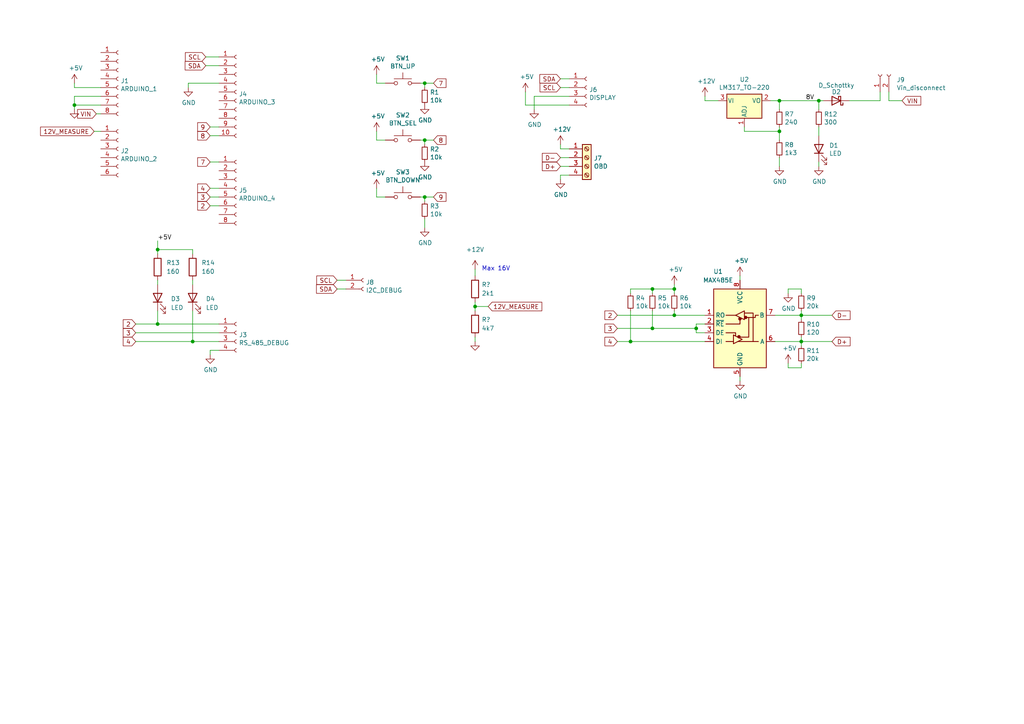
<source format=kicad_sch>
(kicad_sch (version 20211123) (generator eeschema)

  (uuid 757f37a1-04c7-4ca7-bbe8-f723d9dbbb9f)

  (paper "A4")

  (lib_symbols
    (symbol "Connector:Conn_01x02_Female" (pin_names (offset 1.016) hide) (in_bom yes) (on_board yes)
      (property "Reference" "J" (id 0) (at 0 2.54 0)
        (effects (font (size 1.27 1.27)))
      )
      (property "Value" "Conn_01x02_Female" (id 1) (at 0 -5.08 0)
        (effects (font (size 1.27 1.27)))
      )
      (property "Footprint" "" (id 2) (at 0 0 0)
        (effects (font (size 1.27 1.27)) hide)
      )
      (property "Datasheet" "~" (id 3) (at 0 0 0)
        (effects (font (size 1.27 1.27)) hide)
      )
      (property "ki_keywords" "connector" (id 4) (at 0 0 0)
        (effects (font (size 1.27 1.27)) hide)
      )
      (property "ki_description" "Generic connector, single row, 01x02, script generated (kicad-library-utils/schlib/autogen/connector/)" (id 5) (at 0 0 0)
        (effects (font (size 1.27 1.27)) hide)
      )
      (property "ki_fp_filters" "Connector*:*_1x??_*" (id 6) (at 0 0 0)
        (effects (font (size 1.27 1.27)) hide)
      )
      (symbol "Conn_01x02_Female_1_1"
        (arc (start 0 -2.032) (mid -0.508 -2.54) (end 0 -3.048)
          (stroke (width 0.1524) (type default) (color 0 0 0 0))
          (fill (type none))
        )
        (polyline
          (pts
            (xy -1.27 -2.54)
            (xy -0.508 -2.54)
          )
          (stroke (width 0.1524) (type default) (color 0 0 0 0))
          (fill (type none))
        )
        (polyline
          (pts
            (xy -1.27 0)
            (xy -0.508 0)
          )
          (stroke (width 0.1524) (type default) (color 0 0 0 0))
          (fill (type none))
        )
        (arc (start 0 0.508) (mid -0.508 0) (end 0 -0.508)
          (stroke (width 0.1524) (type default) (color 0 0 0 0))
          (fill (type none))
        )
        (pin passive line (at -5.08 0 0) (length 3.81)
          (name "Pin_1" (effects (font (size 1.27 1.27))))
          (number "1" (effects (font (size 1.27 1.27))))
        )
        (pin passive line (at -5.08 -2.54 0) (length 3.81)
          (name "Pin_2" (effects (font (size 1.27 1.27))))
          (number "2" (effects (font (size 1.27 1.27))))
        )
      )
    )
    (symbol "Connector:Conn_01x04_Female" (pin_names (offset 1.016) hide) (in_bom yes) (on_board yes)
      (property "Reference" "J" (id 0) (at 0 5.08 0)
        (effects (font (size 1.27 1.27)))
      )
      (property "Value" "Conn_01x04_Female" (id 1) (at 0 -7.62 0)
        (effects (font (size 1.27 1.27)))
      )
      (property "Footprint" "" (id 2) (at 0 0 0)
        (effects (font (size 1.27 1.27)) hide)
      )
      (property "Datasheet" "~" (id 3) (at 0 0 0)
        (effects (font (size 1.27 1.27)) hide)
      )
      (property "ki_keywords" "connector" (id 4) (at 0 0 0)
        (effects (font (size 1.27 1.27)) hide)
      )
      (property "ki_description" "Generic connector, single row, 01x04, script generated (kicad-library-utils/schlib/autogen/connector/)" (id 5) (at 0 0 0)
        (effects (font (size 1.27 1.27)) hide)
      )
      (property "ki_fp_filters" "Connector*:*_1x??_*" (id 6) (at 0 0 0)
        (effects (font (size 1.27 1.27)) hide)
      )
      (symbol "Conn_01x04_Female_1_1"
        (arc (start 0 -4.572) (mid -0.508 -5.08) (end 0 -5.588)
          (stroke (width 0.1524) (type default) (color 0 0 0 0))
          (fill (type none))
        )
        (arc (start 0 -2.032) (mid -0.508 -2.54) (end 0 -3.048)
          (stroke (width 0.1524) (type default) (color 0 0 0 0))
          (fill (type none))
        )
        (polyline
          (pts
            (xy -1.27 -5.08)
            (xy -0.508 -5.08)
          )
          (stroke (width 0.1524) (type default) (color 0 0 0 0))
          (fill (type none))
        )
        (polyline
          (pts
            (xy -1.27 -2.54)
            (xy -0.508 -2.54)
          )
          (stroke (width 0.1524) (type default) (color 0 0 0 0))
          (fill (type none))
        )
        (polyline
          (pts
            (xy -1.27 0)
            (xy -0.508 0)
          )
          (stroke (width 0.1524) (type default) (color 0 0 0 0))
          (fill (type none))
        )
        (polyline
          (pts
            (xy -1.27 2.54)
            (xy -0.508 2.54)
          )
          (stroke (width 0.1524) (type default) (color 0 0 0 0))
          (fill (type none))
        )
        (arc (start 0 0.508) (mid -0.508 0) (end 0 -0.508)
          (stroke (width 0.1524) (type default) (color 0 0 0 0))
          (fill (type none))
        )
        (arc (start 0 3.048) (mid -0.508 2.54) (end 0 2.032)
          (stroke (width 0.1524) (type default) (color 0 0 0 0))
          (fill (type none))
        )
        (pin passive line (at -5.08 2.54 0) (length 3.81)
          (name "Pin_1" (effects (font (size 1.27 1.27))))
          (number "1" (effects (font (size 1.27 1.27))))
        )
        (pin passive line (at -5.08 0 0) (length 3.81)
          (name "Pin_2" (effects (font (size 1.27 1.27))))
          (number "2" (effects (font (size 1.27 1.27))))
        )
        (pin passive line (at -5.08 -2.54 0) (length 3.81)
          (name "Pin_3" (effects (font (size 1.27 1.27))))
          (number "3" (effects (font (size 1.27 1.27))))
        )
        (pin passive line (at -5.08 -5.08 0) (length 3.81)
          (name "Pin_4" (effects (font (size 1.27 1.27))))
          (number "4" (effects (font (size 1.27 1.27))))
        )
      )
    )
    (symbol "Connector:Conn_01x06_Female" (pin_names (offset 1.016) hide) (in_bom yes) (on_board yes)
      (property "Reference" "J" (id 0) (at 0 7.62 0)
        (effects (font (size 1.27 1.27)))
      )
      (property "Value" "Conn_01x06_Female" (id 1) (at 0 -10.16 0)
        (effects (font (size 1.27 1.27)))
      )
      (property "Footprint" "" (id 2) (at 0 0 0)
        (effects (font (size 1.27 1.27)) hide)
      )
      (property "Datasheet" "~" (id 3) (at 0 0 0)
        (effects (font (size 1.27 1.27)) hide)
      )
      (property "ki_keywords" "connector" (id 4) (at 0 0 0)
        (effects (font (size 1.27 1.27)) hide)
      )
      (property "ki_description" "Generic connector, single row, 01x06, script generated (kicad-library-utils/schlib/autogen/connector/)" (id 5) (at 0 0 0)
        (effects (font (size 1.27 1.27)) hide)
      )
      (property "ki_fp_filters" "Connector*:*_1x??_*" (id 6) (at 0 0 0)
        (effects (font (size 1.27 1.27)) hide)
      )
      (symbol "Conn_01x06_Female_1_1"
        (arc (start 0 -7.112) (mid -0.508 -7.62) (end 0 -8.128)
          (stroke (width 0.1524) (type default) (color 0 0 0 0))
          (fill (type none))
        )
        (arc (start 0 -4.572) (mid -0.508 -5.08) (end 0 -5.588)
          (stroke (width 0.1524) (type default) (color 0 0 0 0))
          (fill (type none))
        )
        (arc (start 0 -2.032) (mid -0.508 -2.54) (end 0 -3.048)
          (stroke (width 0.1524) (type default) (color 0 0 0 0))
          (fill (type none))
        )
        (polyline
          (pts
            (xy -1.27 -7.62)
            (xy -0.508 -7.62)
          )
          (stroke (width 0.1524) (type default) (color 0 0 0 0))
          (fill (type none))
        )
        (polyline
          (pts
            (xy -1.27 -5.08)
            (xy -0.508 -5.08)
          )
          (stroke (width 0.1524) (type default) (color 0 0 0 0))
          (fill (type none))
        )
        (polyline
          (pts
            (xy -1.27 -2.54)
            (xy -0.508 -2.54)
          )
          (stroke (width 0.1524) (type default) (color 0 0 0 0))
          (fill (type none))
        )
        (polyline
          (pts
            (xy -1.27 0)
            (xy -0.508 0)
          )
          (stroke (width 0.1524) (type default) (color 0 0 0 0))
          (fill (type none))
        )
        (polyline
          (pts
            (xy -1.27 2.54)
            (xy -0.508 2.54)
          )
          (stroke (width 0.1524) (type default) (color 0 0 0 0))
          (fill (type none))
        )
        (polyline
          (pts
            (xy -1.27 5.08)
            (xy -0.508 5.08)
          )
          (stroke (width 0.1524) (type default) (color 0 0 0 0))
          (fill (type none))
        )
        (arc (start 0 0.508) (mid -0.508 0) (end 0 -0.508)
          (stroke (width 0.1524) (type default) (color 0 0 0 0))
          (fill (type none))
        )
        (arc (start 0 3.048) (mid -0.508 2.54) (end 0 2.032)
          (stroke (width 0.1524) (type default) (color 0 0 0 0))
          (fill (type none))
        )
        (arc (start 0 5.588) (mid -0.508 5.08) (end 0 4.572)
          (stroke (width 0.1524) (type default) (color 0 0 0 0))
          (fill (type none))
        )
        (pin passive line (at -5.08 5.08 0) (length 3.81)
          (name "Pin_1" (effects (font (size 1.27 1.27))))
          (number "1" (effects (font (size 1.27 1.27))))
        )
        (pin passive line (at -5.08 2.54 0) (length 3.81)
          (name "Pin_2" (effects (font (size 1.27 1.27))))
          (number "2" (effects (font (size 1.27 1.27))))
        )
        (pin passive line (at -5.08 0 0) (length 3.81)
          (name "Pin_3" (effects (font (size 1.27 1.27))))
          (number "3" (effects (font (size 1.27 1.27))))
        )
        (pin passive line (at -5.08 -2.54 0) (length 3.81)
          (name "Pin_4" (effects (font (size 1.27 1.27))))
          (number "4" (effects (font (size 1.27 1.27))))
        )
        (pin passive line (at -5.08 -5.08 0) (length 3.81)
          (name "Pin_5" (effects (font (size 1.27 1.27))))
          (number "5" (effects (font (size 1.27 1.27))))
        )
        (pin passive line (at -5.08 -7.62 0) (length 3.81)
          (name "Pin_6" (effects (font (size 1.27 1.27))))
          (number "6" (effects (font (size 1.27 1.27))))
        )
      )
    )
    (symbol "Connector:Conn_01x08_Female" (pin_names (offset 1.016) hide) (in_bom yes) (on_board yes)
      (property "Reference" "J" (id 0) (at 0 10.16 0)
        (effects (font (size 1.27 1.27)))
      )
      (property "Value" "Conn_01x08_Female" (id 1) (at 0 -12.7 0)
        (effects (font (size 1.27 1.27)))
      )
      (property "Footprint" "" (id 2) (at 0 0 0)
        (effects (font (size 1.27 1.27)) hide)
      )
      (property "Datasheet" "~" (id 3) (at 0 0 0)
        (effects (font (size 1.27 1.27)) hide)
      )
      (property "ki_keywords" "connector" (id 4) (at 0 0 0)
        (effects (font (size 1.27 1.27)) hide)
      )
      (property "ki_description" "Generic connector, single row, 01x08, script generated (kicad-library-utils/schlib/autogen/connector/)" (id 5) (at 0 0 0)
        (effects (font (size 1.27 1.27)) hide)
      )
      (property "ki_fp_filters" "Connector*:*_1x??_*" (id 6) (at 0 0 0)
        (effects (font (size 1.27 1.27)) hide)
      )
      (symbol "Conn_01x08_Female_1_1"
        (arc (start 0 -9.652) (mid -0.508 -10.16) (end 0 -10.668)
          (stroke (width 0.1524) (type default) (color 0 0 0 0))
          (fill (type none))
        )
        (arc (start 0 -7.112) (mid -0.508 -7.62) (end 0 -8.128)
          (stroke (width 0.1524) (type default) (color 0 0 0 0))
          (fill (type none))
        )
        (arc (start 0 -4.572) (mid -0.508 -5.08) (end 0 -5.588)
          (stroke (width 0.1524) (type default) (color 0 0 0 0))
          (fill (type none))
        )
        (arc (start 0 -2.032) (mid -0.508 -2.54) (end 0 -3.048)
          (stroke (width 0.1524) (type default) (color 0 0 0 0))
          (fill (type none))
        )
        (polyline
          (pts
            (xy -1.27 -10.16)
            (xy -0.508 -10.16)
          )
          (stroke (width 0.1524) (type default) (color 0 0 0 0))
          (fill (type none))
        )
        (polyline
          (pts
            (xy -1.27 -7.62)
            (xy -0.508 -7.62)
          )
          (stroke (width 0.1524) (type default) (color 0 0 0 0))
          (fill (type none))
        )
        (polyline
          (pts
            (xy -1.27 -5.08)
            (xy -0.508 -5.08)
          )
          (stroke (width 0.1524) (type default) (color 0 0 0 0))
          (fill (type none))
        )
        (polyline
          (pts
            (xy -1.27 -2.54)
            (xy -0.508 -2.54)
          )
          (stroke (width 0.1524) (type default) (color 0 0 0 0))
          (fill (type none))
        )
        (polyline
          (pts
            (xy -1.27 0)
            (xy -0.508 0)
          )
          (stroke (width 0.1524) (type default) (color 0 0 0 0))
          (fill (type none))
        )
        (polyline
          (pts
            (xy -1.27 2.54)
            (xy -0.508 2.54)
          )
          (stroke (width 0.1524) (type default) (color 0 0 0 0))
          (fill (type none))
        )
        (polyline
          (pts
            (xy -1.27 5.08)
            (xy -0.508 5.08)
          )
          (stroke (width 0.1524) (type default) (color 0 0 0 0))
          (fill (type none))
        )
        (polyline
          (pts
            (xy -1.27 7.62)
            (xy -0.508 7.62)
          )
          (stroke (width 0.1524) (type default) (color 0 0 0 0))
          (fill (type none))
        )
        (arc (start 0 0.508) (mid -0.508 0) (end 0 -0.508)
          (stroke (width 0.1524) (type default) (color 0 0 0 0))
          (fill (type none))
        )
        (arc (start 0 3.048) (mid -0.508 2.54) (end 0 2.032)
          (stroke (width 0.1524) (type default) (color 0 0 0 0))
          (fill (type none))
        )
        (arc (start 0 5.588) (mid -0.508 5.08) (end 0 4.572)
          (stroke (width 0.1524) (type default) (color 0 0 0 0))
          (fill (type none))
        )
        (arc (start 0 8.128) (mid -0.508 7.62) (end 0 7.112)
          (stroke (width 0.1524) (type default) (color 0 0 0 0))
          (fill (type none))
        )
        (pin passive line (at -5.08 7.62 0) (length 3.81)
          (name "Pin_1" (effects (font (size 1.27 1.27))))
          (number "1" (effects (font (size 1.27 1.27))))
        )
        (pin passive line (at -5.08 5.08 0) (length 3.81)
          (name "Pin_2" (effects (font (size 1.27 1.27))))
          (number "2" (effects (font (size 1.27 1.27))))
        )
        (pin passive line (at -5.08 2.54 0) (length 3.81)
          (name "Pin_3" (effects (font (size 1.27 1.27))))
          (number "3" (effects (font (size 1.27 1.27))))
        )
        (pin passive line (at -5.08 0 0) (length 3.81)
          (name "Pin_4" (effects (font (size 1.27 1.27))))
          (number "4" (effects (font (size 1.27 1.27))))
        )
        (pin passive line (at -5.08 -2.54 0) (length 3.81)
          (name "Pin_5" (effects (font (size 1.27 1.27))))
          (number "5" (effects (font (size 1.27 1.27))))
        )
        (pin passive line (at -5.08 -5.08 0) (length 3.81)
          (name "Pin_6" (effects (font (size 1.27 1.27))))
          (number "6" (effects (font (size 1.27 1.27))))
        )
        (pin passive line (at -5.08 -7.62 0) (length 3.81)
          (name "Pin_7" (effects (font (size 1.27 1.27))))
          (number "7" (effects (font (size 1.27 1.27))))
        )
        (pin passive line (at -5.08 -10.16 0) (length 3.81)
          (name "Pin_8" (effects (font (size 1.27 1.27))))
          (number "8" (effects (font (size 1.27 1.27))))
        )
      )
    )
    (symbol "Connector:Conn_01x10_Female" (pin_names (offset 1.016) hide) (in_bom yes) (on_board yes)
      (property "Reference" "J" (id 0) (at 0 12.7 0)
        (effects (font (size 1.27 1.27)))
      )
      (property "Value" "Conn_01x10_Female" (id 1) (at 0 -15.24 0)
        (effects (font (size 1.27 1.27)))
      )
      (property "Footprint" "" (id 2) (at 0 0 0)
        (effects (font (size 1.27 1.27)) hide)
      )
      (property "Datasheet" "~" (id 3) (at 0 0 0)
        (effects (font (size 1.27 1.27)) hide)
      )
      (property "ki_keywords" "connector" (id 4) (at 0 0 0)
        (effects (font (size 1.27 1.27)) hide)
      )
      (property "ki_description" "Generic connector, single row, 01x10, script generated (kicad-library-utils/schlib/autogen/connector/)" (id 5) (at 0 0 0)
        (effects (font (size 1.27 1.27)) hide)
      )
      (property "ki_fp_filters" "Connector*:*_1x??_*" (id 6) (at 0 0 0)
        (effects (font (size 1.27 1.27)) hide)
      )
      (symbol "Conn_01x10_Female_1_1"
        (arc (start 0 -12.192) (mid -0.508 -12.7) (end 0 -13.208)
          (stroke (width 0.1524) (type default) (color 0 0 0 0))
          (fill (type none))
        )
        (arc (start 0 -9.652) (mid -0.508 -10.16) (end 0 -10.668)
          (stroke (width 0.1524) (type default) (color 0 0 0 0))
          (fill (type none))
        )
        (arc (start 0 -7.112) (mid -0.508 -7.62) (end 0 -8.128)
          (stroke (width 0.1524) (type default) (color 0 0 0 0))
          (fill (type none))
        )
        (arc (start 0 -4.572) (mid -0.508 -5.08) (end 0 -5.588)
          (stroke (width 0.1524) (type default) (color 0 0 0 0))
          (fill (type none))
        )
        (arc (start 0 -2.032) (mid -0.508 -2.54) (end 0 -3.048)
          (stroke (width 0.1524) (type default) (color 0 0 0 0))
          (fill (type none))
        )
        (polyline
          (pts
            (xy -1.27 -12.7)
            (xy -0.508 -12.7)
          )
          (stroke (width 0.1524) (type default) (color 0 0 0 0))
          (fill (type none))
        )
        (polyline
          (pts
            (xy -1.27 -10.16)
            (xy -0.508 -10.16)
          )
          (stroke (width 0.1524) (type default) (color 0 0 0 0))
          (fill (type none))
        )
        (polyline
          (pts
            (xy -1.27 -7.62)
            (xy -0.508 -7.62)
          )
          (stroke (width 0.1524) (type default) (color 0 0 0 0))
          (fill (type none))
        )
        (polyline
          (pts
            (xy -1.27 -5.08)
            (xy -0.508 -5.08)
          )
          (stroke (width 0.1524) (type default) (color 0 0 0 0))
          (fill (type none))
        )
        (polyline
          (pts
            (xy -1.27 -2.54)
            (xy -0.508 -2.54)
          )
          (stroke (width 0.1524) (type default) (color 0 0 0 0))
          (fill (type none))
        )
        (polyline
          (pts
            (xy -1.27 0)
            (xy -0.508 0)
          )
          (stroke (width 0.1524) (type default) (color 0 0 0 0))
          (fill (type none))
        )
        (polyline
          (pts
            (xy -1.27 2.54)
            (xy -0.508 2.54)
          )
          (stroke (width 0.1524) (type default) (color 0 0 0 0))
          (fill (type none))
        )
        (polyline
          (pts
            (xy -1.27 5.08)
            (xy -0.508 5.08)
          )
          (stroke (width 0.1524) (type default) (color 0 0 0 0))
          (fill (type none))
        )
        (polyline
          (pts
            (xy -1.27 7.62)
            (xy -0.508 7.62)
          )
          (stroke (width 0.1524) (type default) (color 0 0 0 0))
          (fill (type none))
        )
        (polyline
          (pts
            (xy -1.27 10.16)
            (xy -0.508 10.16)
          )
          (stroke (width 0.1524) (type default) (color 0 0 0 0))
          (fill (type none))
        )
        (arc (start 0 0.508) (mid -0.508 0) (end 0 -0.508)
          (stroke (width 0.1524) (type default) (color 0 0 0 0))
          (fill (type none))
        )
        (arc (start 0 3.048) (mid -0.508 2.54) (end 0 2.032)
          (stroke (width 0.1524) (type default) (color 0 0 0 0))
          (fill (type none))
        )
        (arc (start 0 5.588) (mid -0.508 5.08) (end 0 4.572)
          (stroke (width 0.1524) (type default) (color 0 0 0 0))
          (fill (type none))
        )
        (arc (start 0 8.128) (mid -0.508 7.62) (end 0 7.112)
          (stroke (width 0.1524) (type default) (color 0 0 0 0))
          (fill (type none))
        )
        (arc (start 0 10.668) (mid -0.508 10.16) (end 0 9.652)
          (stroke (width 0.1524) (type default) (color 0 0 0 0))
          (fill (type none))
        )
        (pin passive line (at -5.08 10.16 0) (length 3.81)
          (name "Pin_1" (effects (font (size 1.27 1.27))))
          (number "1" (effects (font (size 1.27 1.27))))
        )
        (pin passive line (at -5.08 -12.7 0) (length 3.81)
          (name "Pin_10" (effects (font (size 1.27 1.27))))
          (number "10" (effects (font (size 1.27 1.27))))
        )
        (pin passive line (at -5.08 7.62 0) (length 3.81)
          (name "Pin_2" (effects (font (size 1.27 1.27))))
          (number "2" (effects (font (size 1.27 1.27))))
        )
        (pin passive line (at -5.08 5.08 0) (length 3.81)
          (name "Pin_3" (effects (font (size 1.27 1.27))))
          (number "3" (effects (font (size 1.27 1.27))))
        )
        (pin passive line (at -5.08 2.54 0) (length 3.81)
          (name "Pin_4" (effects (font (size 1.27 1.27))))
          (number "4" (effects (font (size 1.27 1.27))))
        )
        (pin passive line (at -5.08 0 0) (length 3.81)
          (name "Pin_5" (effects (font (size 1.27 1.27))))
          (number "5" (effects (font (size 1.27 1.27))))
        )
        (pin passive line (at -5.08 -2.54 0) (length 3.81)
          (name "Pin_6" (effects (font (size 1.27 1.27))))
          (number "6" (effects (font (size 1.27 1.27))))
        )
        (pin passive line (at -5.08 -5.08 0) (length 3.81)
          (name "Pin_7" (effects (font (size 1.27 1.27))))
          (number "7" (effects (font (size 1.27 1.27))))
        )
        (pin passive line (at -5.08 -7.62 0) (length 3.81)
          (name "Pin_8" (effects (font (size 1.27 1.27))))
          (number "8" (effects (font (size 1.27 1.27))))
        )
        (pin passive line (at -5.08 -10.16 0) (length 3.81)
          (name "Pin_9" (effects (font (size 1.27 1.27))))
          (number "9" (effects (font (size 1.27 1.27))))
        )
      )
    )
    (symbol "Connector:Screw_Terminal_01x04" (pin_names (offset 1.016) hide) (in_bom yes) (on_board yes)
      (property "Reference" "J" (id 0) (at 0 5.08 0)
        (effects (font (size 1.27 1.27)))
      )
      (property "Value" "Screw_Terminal_01x04" (id 1) (at 0 -7.62 0)
        (effects (font (size 1.27 1.27)))
      )
      (property "Footprint" "" (id 2) (at 0 0 0)
        (effects (font (size 1.27 1.27)) hide)
      )
      (property "Datasheet" "~" (id 3) (at 0 0 0)
        (effects (font (size 1.27 1.27)) hide)
      )
      (property "ki_keywords" "screw terminal" (id 4) (at 0 0 0)
        (effects (font (size 1.27 1.27)) hide)
      )
      (property "ki_description" "Generic screw terminal, single row, 01x04, script generated (kicad-library-utils/schlib/autogen/connector/)" (id 5) (at 0 0 0)
        (effects (font (size 1.27 1.27)) hide)
      )
      (property "ki_fp_filters" "TerminalBlock*:*" (id 6) (at 0 0 0)
        (effects (font (size 1.27 1.27)) hide)
      )
      (symbol "Screw_Terminal_01x04_1_1"
        (rectangle (start -1.27 3.81) (end 1.27 -6.35)
          (stroke (width 0.254) (type default) (color 0 0 0 0))
          (fill (type background))
        )
        (circle (center 0 -5.08) (radius 0.635)
          (stroke (width 0.1524) (type default) (color 0 0 0 0))
          (fill (type none))
        )
        (circle (center 0 -2.54) (radius 0.635)
          (stroke (width 0.1524) (type default) (color 0 0 0 0))
          (fill (type none))
        )
        (polyline
          (pts
            (xy -0.5334 -4.7498)
            (xy 0.3302 -5.588)
          )
          (stroke (width 0.1524) (type default) (color 0 0 0 0))
          (fill (type none))
        )
        (polyline
          (pts
            (xy -0.5334 -2.2098)
            (xy 0.3302 -3.048)
          )
          (stroke (width 0.1524) (type default) (color 0 0 0 0))
          (fill (type none))
        )
        (polyline
          (pts
            (xy -0.5334 0.3302)
            (xy 0.3302 -0.508)
          )
          (stroke (width 0.1524) (type default) (color 0 0 0 0))
          (fill (type none))
        )
        (polyline
          (pts
            (xy -0.5334 2.8702)
            (xy 0.3302 2.032)
          )
          (stroke (width 0.1524) (type default) (color 0 0 0 0))
          (fill (type none))
        )
        (polyline
          (pts
            (xy -0.3556 -4.572)
            (xy 0.508 -5.4102)
          )
          (stroke (width 0.1524) (type default) (color 0 0 0 0))
          (fill (type none))
        )
        (polyline
          (pts
            (xy -0.3556 -2.032)
            (xy 0.508 -2.8702)
          )
          (stroke (width 0.1524) (type default) (color 0 0 0 0))
          (fill (type none))
        )
        (polyline
          (pts
            (xy -0.3556 0.508)
            (xy 0.508 -0.3302)
          )
          (stroke (width 0.1524) (type default) (color 0 0 0 0))
          (fill (type none))
        )
        (polyline
          (pts
            (xy -0.3556 3.048)
            (xy 0.508 2.2098)
          )
          (stroke (width 0.1524) (type default) (color 0 0 0 0))
          (fill (type none))
        )
        (circle (center 0 0) (radius 0.635)
          (stroke (width 0.1524) (type default) (color 0 0 0 0))
          (fill (type none))
        )
        (circle (center 0 2.54) (radius 0.635)
          (stroke (width 0.1524) (type default) (color 0 0 0 0))
          (fill (type none))
        )
        (pin passive line (at -5.08 2.54 0) (length 3.81)
          (name "Pin_1" (effects (font (size 1.27 1.27))))
          (number "1" (effects (font (size 1.27 1.27))))
        )
        (pin passive line (at -5.08 0 0) (length 3.81)
          (name "Pin_2" (effects (font (size 1.27 1.27))))
          (number "2" (effects (font (size 1.27 1.27))))
        )
        (pin passive line (at -5.08 -2.54 0) (length 3.81)
          (name "Pin_3" (effects (font (size 1.27 1.27))))
          (number "3" (effects (font (size 1.27 1.27))))
        )
        (pin passive line (at -5.08 -5.08 0) (length 3.81)
          (name "Pin_4" (effects (font (size 1.27 1.27))))
          (number "4" (effects (font (size 1.27 1.27))))
        )
      )
    )
    (symbol "Device:D_Schottky" (pin_numbers hide) (pin_names (offset 1.016) hide) (in_bom yes) (on_board yes)
      (property "Reference" "D" (id 0) (at 0 2.54 0)
        (effects (font (size 1.27 1.27)))
      )
      (property "Value" "D_Schottky" (id 1) (at 0 -2.54 0)
        (effects (font (size 1.27 1.27)))
      )
      (property "Footprint" "" (id 2) (at 0 0 0)
        (effects (font (size 1.27 1.27)) hide)
      )
      (property "Datasheet" "~" (id 3) (at 0 0 0)
        (effects (font (size 1.27 1.27)) hide)
      )
      (property "ki_keywords" "diode Schottky" (id 4) (at 0 0 0)
        (effects (font (size 1.27 1.27)) hide)
      )
      (property "ki_description" "Schottky diode" (id 5) (at 0 0 0)
        (effects (font (size 1.27 1.27)) hide)
      )
      (property "ki_fp_filters" "TO-???* *_Diode_* *SingleDiode* D_*" (id 6) (at 0 0 0)
        (effects (font (size 1.27 1.27)) hide)
      )
      (symbol "D_Schottky_0_1"
        (polyline
          (pts
            (xy 1.27 0)
            (xy -1.27 0)
          )
          (stroke (width 0) (type default) (color 0 0 0 0))
          (fill (type none))
        )
        (polyline
          (pts
            (xy 1.27 1.27)
            (xy 1.27 -1.27)
            (xy -1.27 0)
            (xy 1.27 1.27)
          )
          (stroke (width 0.254) (type default) (color 0 0 0 0))
          (fill (type none))
        )
        (polyline
          (pts
            (xy -1.905 0.635)
            (xy -1.905 1.27)
            (xy -1.27 1.27)
            (xy -1.27 -1.27)
            (xy -0.635 -1.27)
            (xy -0.635 -0.635)
          )
          (stroke (width 0.254) (type default) (color 0 0 0 0))
          (fill (type none))
        )
      )
      (symbol "D_Schottky_1_1"
        (pin passive line (at -3.81 0 0) (length 2.54)
          (name "K" (effects (font (size 1.27 1.27))))
          (number "1" (effects (font (size 1.27 1.27))))
        )
        (pin passive line (at 3.81 0 180) (length 2.54)
          (name "A" (effects (font (size 1.27 1.27))))
          (number "2" (effects (font (size 1.27 1.27))))
        )
      )
    )
    (symbol "Device:LED" (pin_numbers hide) (pin_names (offset 1.016) hide) (in_bom yes) (on_board yes)
      (property "Reference" "D" (id 0) (at 0 2.54 0)
        (effects (font (size 1.27 1.27)))
      )
      (property "Value" "LED" (id 1) (at 0 -2.54 0)
        (effects (font (size 1.27 1.27)))
      )
      (property "Footprint" "" (id 2) (at 0 0 0)
        (effects (font (size 1.27 1.27)) hide)
      )
      (property "Datasheet" "~" (id 3) (at 0 0 0)
        (effects (font (size 1.27 1.27)) hide)
      )
      (property "ki_keywords" "LED diode" (id 4) (at 0 0 0)
        (effects (font (size 1.27 1.27)) hide)
      )
      (property "ki_description" "Light emitting diode" (id 5) (at 0 0 0)
        (effects (font (size 1.27 1.27)) hide)
      )
      (property "ki_fp_filters" "LED* LED_SMD:* LED_THT:*" (id 6) (at 0 0 0)
        (effects (font (size 1.27 1.27)) hide)
      )
      (symbol "LED_0_1"
        (polyline
          (pts
            (xy -1.27 -1.27)
            (xy -1.27 1.27)
          )
          (stroke (width 0.254) (type default) (color 0 0 0 0))
          (fill (type none))
        )
        (polyline
          (pts
            (xy -1.27 0)
            (xy 1.27 0)
          )
          (stroke (width 0) (type default) (color 0 0 0 0))
          (fill (type none))
        )
        (polyline
          (pts
            (xy 1.27 -1.27)
            (xy 1.27 1.27)
            (xy -1.27 0)
            (xy 1.27 -1.27)
          )
          (stroke (width 0.254) (type default) (color 0 0 0 0))
          (fill (type none))
        )
        (polyline
          (pts
            (xy -3.048 -0.762)
            (xy -4.572 -2.286)
            (xy -3.81 -2.286)
            (xy -4.572 -2.286)
            (xy -4.572 -1.524)
          )
          (stroke (width 0) (type default) (color 0 0 0 0))
          (fill (type none))
        )
        (polyline
          (pts
            (xy -1.778 -0.762)
            (xy -3.302 -2.286)
            (xy -2.54 -2.286)
            (xy -3.302 -2.286)
            (xy -3.302 -1.524)
          )
          (stroke (width 0) (type default) (color 0 0 0 0))
          (fill (type none))
        )
      )
      (symbol "LED_1_1"
        (pin passive line (at -3.81 0 0) (length 2.54)
          (name "K" (effects (font (size 1.27 1.27))))
          (number "1" (effects (font (size 1.27 1.27))))
        )
        (pin passive line (at 3.81 0 180) (length 2.54)
          (name "A" (effects (font (size 1.27 1.27))))
          (number "2" (effects (font (size 1.27 1.27))))
        )
      )
    )
    (symbol "Device:R" (pin_numbers hide) (pin_names (offset 0)) (in_bom yes) (on_board yes)
      (property "Reference" "R" (id 0) (at 2.032 0 90)
        (effects (font (size 1.27 1.27)))
      )
      (property "Value" "R" (id 1) (at 0 0 90)
        (effects (font (size 1.27 1.27)))
      )
      (property "Footprint" "" (id 2) (at -1.778 0 90)
        (effects (font (size 1.27 1.27)) hide)
      )
      (property "Datasheet" "~" (id 3) (at 0 0 0)
        (effects (font (size 1.27 1.27)) hide)
      )
      (property "ki_keywords" "R res resistor" (id 4) (at 0 0 0)
        (effects (font (size 1.27 1.27)) hide)
      )
      (property "ki_description" "Resistor" (id 5) (at 0 0 0)
        (effects (font (size 1.27 1.27)) hide)
      )
      (property "ki_fp_filters" "R_*" (id 6) (at 0 0 0)
        (effects (font (size 1.27 1.27)) hide)
      )
      (symbol "R_0_1"
        (rectangle (start -1.016 -2.54) (end 1.016 2.54)
          (stroke (width 0.254) (type default) (color 0 0 0 0))
          (fill (type none))
        )
      )
      (symbol "R_1_1"
        (pin passive line (at 0 3.81 270) (length 1.27)
          (name "~" (effects (font (size 1.27 1.27))))
          (number "1" (effects (font (size 1.27 1.27))))
        )
        (pin passive line (at 0 -3.81 90) (length 1.27)
          (name "~" (effects (font (size 1.27 1.27))))
          (number "2" (effects (font (size 1.27 1.27))))
        )
      )
    )
    (symbol "Device:R_Small" (pin_numbers hide) (pin_names (offset 0.254) hide) (in_bom yes) (on_board yes)
      (property "Reference" "R" (id 0) (at 0.762 0.508 0)
        (effects (font (size 1.27 1.27)) (justify left))
      )
      (property "Value" "R_Small" (id 1) (at 0.762 -1.016 0)
        (effects (font (size 1.27 1.27)) (justify left))
      )
      (property "Footprint" "" (id 2) (at 0 0 0)
        (effects (font (size 1.27 1.27)) hide)
      )
      (property "Datasheet" "~" (id 3) (at 0 0 0)
        (effects (font (size 1.27 1.27)) hide)
      )
      (property "ki_keywords" "R resistor" (id 4) (at 0 0 0)
        (effects (font (size 1.27 1.27)) hide)
      )
      (property "ki_description" "Resistor, small symbol" (id 5) (at 0 0 0)
        (effects (font (size 1.27 1.27)) hide)
      )
      (property "ki_fp_filters" "R_*" (id 6) (at 0 0 0)
        (effects (font (size 1.27 1.27)) hide)
      )
      (symbol "R_Small_0_1"
        (rectangle (start -0.762 1.778) (end 0.762 -1.778)
          (stroke (width 0.2032) (type default) (color 0 0 0 0))
          (fill (type none))
        )
      )
      (symbol "R_Small_1_1"
        (pin passive line (at 0 2.54 270) (length 0.762)
          (name "~" (effects (font (size 1.27 1.27))))
          (number "1" (effects (font (size 1.27 1.27))))
        )
        (pin passive line (at 0 -2.54 90) (length 0.762)
          (name "~" (effects (font (size 1.27 1.27))))
          (number "2" (effects (font (size 1.27 1.27))))
        )
      )
    )
    (symbol "GND_1" (power) (pin_names (offset 0) hide) (in_bom yes) (on_board yes)
      (property "Reference" "#PWR" (id 0) (at 0 -6.35 0)
        (effects (font (size 1.27 1.27)) hide)
      )
      (property "Value" "GND_1" (id 1) (at 0 -3.81 0)
        (effects (font (size 1.27 1.27)))
      )
      (property "Footprint" "" (id 2) (at 0 0 0)
        (effects (font (size 1.27 1.27)) hide)
      )
      (property "Datasheet" "" (id 3) (at 0 0 0)
        (effects (font (size 1.27 1.27)) hide)
      )
      (property "ki_keywords" "power-flag" (id 4) (at 0 0 0)
        (effects (font (size 1.27 1.27)) hide)
      )
      (property "ki_description" "Power symbol creates a global label with name \"GND\" , ground" (id 5) (at 0 0 0)
        (effects (font (size 1.27 1.27)) hide)
      )
      (symbol "GND_1_0_1"
        (polyline
          (pts
            (xy 0 0)
            (xy 0 -1.27)
            (xy 1.27 -1.27)
            (xy 0 -2.54)
            (xy -1.27 -1.27)
            (xy 0 -1.27)
          )
          (stroke (width 0) (type default) (color 0 0 0 0))
          (fill (type none))
        )
      )
      (symbol "GND_1_1_1"
        (pin power_in line (at 0 0 270) (length 0) hide
          (name "GND" (effects (font (size 1.27 1.27))))
          (number "1" (effects (font (size 1.27 1.27))))
        )
      )
    )
    (symbol "Interface_UART:MAX485E" (in_bom yes) (on_board yes)
      (property "Reference" "U" (id 0) (at -6.096 11.43 0)
        (effects (font (size 1.27 1.27)))
      )
      (property "Value" "MAX485E" (id 1) (at 0.762 11.43 0)
        (effects (font (size 1.27 1.27)) (justify left))
      )
      (property "Footprint" "" (id 2) (at 0 -17.78 0)
        (effects (font (size 1.27 1.27)) hide)
      )
      (property "Datasheet" "https://datasheets.maximintegrated.com/en/ds/MAX1487E-MAX491E.pdf" (id 3) (at 0 1.27 0)
        (effects (font (size 1.27 1.27)) hide)
      )
      (property "ki_keywords" "Half duplex RS-485/RS-422, 2.5 Mbps, ±15kV electro-static discharge (ESD) protection, no slew-rate, no low-power shutdown, with receiver/driver enable, 32 receiver drive kapacitity, DIP-8 and SOIC-8" (id 4) (at 0 0 0)
        (effects (font (size 1.27 1.27)) hide)
      )
      (property "ki_description" "Half duplex RS-485/RS-422, 2.5 Mbps, ±15kV electro-static discharge (ESD) protection, no slew-rate, no low-power shutdown, with receiver/driver enable, 32 receiver drive kapacitity, DIP-8 and SOIC-8" (id 5) (at 0 0 0)
        (effects (font (size 1.27 1.27)) hide)
      )
      (property "ki_fp_filters" "DIP*W7.62mm* SOIC*3.9x4.9mm*P1.27mm*" (id 6) (at 0 0 0)
        (effects (font (size 1.27 1.27)) hide)
      )
      (symbol "MAX485E_0_1"
        (rectangle (start -7.62 10.16) (end 7.62 -12.7)
          (stroke (width 0.254) (type default) (color 0 0 0 0))
          (fill (type background))
        )
        (circle (center -0.3048 -3.683) (radius 0.3556)
          (stroke (width 0.254) (type default) (color 0 0 0 0))
          (fill (type outline))
        )
        (circle (center -0.0254 1.4986) (radius 0.3556)
          (stroke (width 0.254) (type default) (color 0 0 0 0))
          (fill (type outline))
        )
        (polyline
          (pts
            (xy -4.064 -5.08)
            (xy -1.905 -5.08)
          )
          (stroke (width 0.254) (type default) (color 0 0 0 0))
          (fill (type none))
        )
        (polyline
          (pts
            (xy -4.064 2.54)
            (xy -1.27 2.54)
          )
          (stroke (width 0.254) (type default) (color 0 0 0 0))
          (fill (type none))
        )
        (polyline
          (pts
            (xy -1.27 -3.2004)
            (xy -1.27 -3.4544)
          )
          (stroke (width 0.254) (type default) (color 0 0 0 0))
          (fill (type none))
        )
        (polyline
          (pts
            (xy -0.635 -5.08)
            (xy 5.334 -5.08)
          )
          (stroke (width 0.254) (type default) (color 0 0 0 0))
          (fill (type none))
        )
        (polyline
          (pts
            (xy -4.064 -2.54)
            (xy -1.27 -2.54)
            (xy -1.27 -3.175)
          )
          (stroke (width 0.254) (type default) (color 0 0 0 0))
          (fill (type none))
        )
        (polyline
          (pts
            (xy 0 1.27)
            (xy 0 0)
            (xy -4.064 0)
          )
          (stroke (width 0.254) (type default) (color 0 0 0 0))
          (fill (type none))
        )
        (polyline
          (pts
            (xy 1.27 3.175)
            (xy 3.81 3.175)
            (xy 3.81 -5.08)
          )
          (stroke (width 0.254) (type default) (color 0 0 0 0))
          (fill (type none))
        )
        (polyline
          (pts
            (xy 2.54 1.905)
            (xy 2.54 -3.81)
            (xy 0 -3.81)
          )
          (stroke (width 0.254) (type default) (color 0 0 0 0))
          (fill (type none))
        )
        (polyline
          (pts
            (xy -1.905 -3.175)
            (xy -1.905 -5.715)
            (xy 0.635 -4.445)
            (xy -1.905 -3.175)
          )
          (stroke (width 0.254) (type default) (color 0 0 0 0))
          (fill (type none))
        )
        (polyline
          (pts
            (xy -1.27 2.54)
            (xy 1.27 3.81)
            (xy 1.27 1.27)
            (xy -1.27 2.54)
          )
          (stroke (width 0.254) (type default) (color 0 0 0 0))
          (fill (type none))
        )
        (polyline
          (pts
            (xy 1.905 1.905)
            (xy 4.445 1.905)
            (xy 4.445 2.54)
            (xy 5.334 2.54)
          )
          (stroke (width 0.254) (type default) (color 0 0 0 0))
          (fill (type none))
        )
        (rectangle (start 1.27 3.175) (end 1.27 3.175)
          (stroke (width 0) (type default) (color 0 0 0 0))
          (fill (type none))
        )
        (circle (center 1.651 1.905) (radius 0.3556)
          (stroke (width 0.254) (type default) (color 0 0 0 0))
          (fill (type outline))
        )
      )
      (symbol "MAX485E_1_1"
        (pin output line (at -10.16 2.54 0) (length 2.54)
          (name "RO" (effects (font (size 1.27 1.27))))
          (number "1" (effects (font (size 1.27 1.27))))
        )
        (pin input line (at -10.16 0 0) (length 2.54)
          (name "~{RE}" (effects (font (size 1.27 1.27))))
          (number "2" (effects (font (size 1.27 1.27))))
        )
        (pin input line (at -10.16 -2.54 0) (length 2.54)
          (name "DE" (effects (font (size 1.27 1.27))))
          (number "3" (effects (font (size 1.27 1.27))))
        )
        (pin input line (at -10.16 -5.08 0) (length 2.54)
          (name "DI" (effects (font (size 1.27 1.27))))
          (number "4" (effects (font (size 1.27 1.27))))
        )
        (pin power_in line (at 0 -15.24 90) (length 2.54)
          (name "GND" (effects (font (size 1.27 1.27))))
          (number "5" (effects (font (size 1.27 1.27))))
        )
        (pin bidirectional line (at 10.16 -5.08 180) (length 2.54)
          (name "A" (effects (font (size 1.27 1.27))))
          (number "6" (effects (font (size 1.27 1.27))))
        )
        (pin bidirectional line (at 10.16 2.54 180) (length 2.54)
          (name "B" (effects (font (size 1.27 1.27))))
          (number "7" (effects (font (size 1.27 1.27))))
        )
        (pin power_in line (at 0 12.7 270) (length 2.54)
          (name "VCC" (effects (font (size 1.27 1.27))))
          (number "8" (effects (font (size 1.27 1.27))))
        )
      )
    )
    (symbol "Regulator_Linear:LM317_TO-220" (pin_names (offset 0.254)) (in_bom yes) (on_board yes)
      (property "Reference" "U" (id 0) (at -3.81 3.175 0)
        (effects (font (size 1.27 1.27)))
      )
      (property "Value" "LM317_TO-220" (id 1) (at 0 3.175 0)
        (effects (font (size 1.27 1.27)) (justify left))
      )
      (property "Footprint" "Package_TO_SOT_THT:TO-220-3_Vertical" (id 2) (at 0 6.35 0)
        (effects (font (size 1.27 1.27) italic) hide)
      )
      (property "Datasheet" "http://www.ti.com/lit/ds/symlink/lm317.pdf" (id 3) (at 0 0 0)
        (effects (font (size 1.27 1.27)) hide)
      )
      (property "ki_keywords" "Adjustable Voltage Regulator 1A Positive" (id 4) (at 0 0 0)
        (effects (font (size 1.27 1.27)) hide)
      )
      (property "ki_description" "1.5A 35V Adjustable Linear Regulator, TO-220" (id 5) (at 0 0 0)
        (effects (font (size 1.27 1.27)) hide)
      )
      (property "ki_fp_filters" "TO?220*" (id 6) (at 0 0 0)
        (effects (font (size 1.27 1.27)) hide)
      )
      (symbol "LM317_TO-220_0_1"
        (rectangle (start -5.08 1.905) (end 5.08 -5.08)
          (stroke (width 0.254) (type default) (color 0 0 0 0))
          (fill (type background))
        )
      )
      (symbol "LM317_TO-220_1_1"
        (pin input line (at 0 -7.62 90) (length 2.54)
          (name "ADJ" (effects (font (size 1.27 1.27))))
          (number "1" (effects (font (size 1.27 1.27))))
        )
        (pin power_out line (at 7.62 0 180) (length 2.54)
          (name "VO" (effects (font (size 1.27 1.27))))
          (number "2" (effects (font (size 1.27 1.27))))
        )
        (pin power_in line (at -7.62 0 0) (length 2.54)
          (name "VI" (effects (font (size 1.27 1.27))))
          (number "3" (effects (font (size 1.27 1.27))))
        )
      )
    )
    (symbol "Switch:SW_Push" (pin_numbers hide) (pin_names (offset 1.016) hide) (in_bom yes) (on_board yes)
      (property "Reference" "SW" (id 0) (at 1.27 2.54 0)
        (effects (font (size 1.27 1.27)) (justify left))
      )
      (property "Value" "SW_Push" (id 1) (at 0 -1.524 0)
        (effects (font (size 1.27 1.27)))
      )
      (property "Footprint" "" (id 2) (at 0 5.08 0)
        (effects (font (size 1.27 1.27)) hide)
      )
      (property "Datasheet" "~" (id 3) (at 0 5.08 0)
        (effects (font (size 1.27 1.27)) hide)
      )
      (property "ki_keywords" "switch normally-open pushbutton push-button" (id 4) (at 0 0 0)
        (effects (font (size 1.27 1.27)) hide)
      )
      (property "ki_description" "Push button switch, generic, two pins" (id 5) (at 0 0 0)
        (effects (font (size 1.27 1.27)) hide)
      )
      (symbol "SW_Push_0_1"
        (circle (center -2.032 0) (radius 0.508)
          (stroke (width 0) (type default) (color 0 0 0 0))
          (fill (type none))
        )
        (polyline
          (pts
            (xy 0 1.27)
            (xy 0 3.048)
          )
          (stroke (width 0) (type default) (color 0 0 0 0))
          (fill (type none))
        )
        (polyline
          (pts
            (xy 2.54 1.27)
            (xy -2.54 1.27)
          )
          (stroke (width 0) (type default) (color 0 0 0 0))
          (fill (type none))
        )
        (circle (center 2.032 0) (radius 0.508)
          (stroke (width 0) (type default) (color 0 0 0 0))
          (fill (type none))
        )
        (pin passive line (at -5.08 0 0) (length 2.54)
          (name "1" (effects (font (size 1.27 1.27))))
          (number "1" (effects (font (size 1.27 1.27))))
        )
        (pin passive line (at 5.08 0 180) (length 2.54)
          (name "2" (effects (font (size 1.27 1.27))))
          (number "2" (effects (font (size 1.27 1.27))))
        )
      )
    )
    (symbol "power:+12V" (power) (pin_names (offset 0)) (in_bom yes) (on_board yes)
      (property "Reference" "#PWR" (id 0) (at 0 -3.81 0)
        (effects (font (size 1.27 1.27)) hide)
      )
      (property "Value" "+12V" (id 1) (at 0 3.556 0)
        (effects (font (size 1.27 1.27)))
      )
      (property "Footprint" "" (id 2) (at 0 0 0)
        (effects (font (size 1.27 1.27)) hide)
      )
      (property "Datasheet" "" (id 3) (at 0 0 0)
        (effects (font (size 1.27 1.27)) hide)
      )
      (property "ki_keywords" "power-flag" (id 4) (at 0 0 0)
        (effects (font (size 1.27 1.27)) hide)
      )
      (property "ki_description" "Power symbol creates a global label with name \"+12V\"" (id 5) (at 0 0 0)
        (effects (font (size 1.27 1.27)) hide)
      )
      (symbol "+12V_0_1"
        (polyline
          (pts
            (xy -0.762 1.27)
            (xy 0 2.54)
          )
          (stroke (width 0) (type default) (color 0 0 0 0))
          (fill (type none))
        )
        (polyline
          (pts
            (xy 0 0)
            (xy 0 2.54)
          )
          (stroke (width 0) (type default) (color 0 0 0 0))
          (fill (type none))
        )
        (polyline
          (pts
            (xy 0 2.54)
            (xy 0.762 1.27)
          )
          (stroke (width 0) (type default) (color 0 0 0 0))
          (fill (type none))
        )
      )
      (symbol "+12V_1_1"
        (pin power_in line (at 0 0 90) (length 0) hide
          (name "+12V" (effects (font (size 1.27 1.27))))
          (number "1" (effects (font (size 1.27 1.27))))
        )
      )
    )
    (symbol "power:+5V" (power) (pin_names (offset 0)) (in_bom yes) (on_board yes)
      (property "Reference" "#PWR" (id 0) (at 0 -3.81 0)
        (effects (font (size 1.27 1.27)) hide)
      )
      (property "Value" "+5V" (id 1) (at 0 3.556 0)
        (effects (font (size 1.27 1.27)))
      )
      (property "Footprint" "" (id 2) (at 0 0 0)
        (effects (font (size 1.27 1.27)) hide)
      )
      (property "Datasheet" "" (id 3) (at 0 0 0)
        (effects (font (size 1.27 1.27)) hide)
      )
      (property "ki_keywords" "power-flag" (id 4) (at 0 0 0)
        (effects (font (size 1.27 1.27)) hide)
      )
      (property "ki_description" "Power symbol creates a global label with name \"+5V\"" (id 5) (at 0 0 0)
        (effects (font (size 1.27 1.27)) hide)
      )
      (symbol "+5V_0_1"
        (polyline
          (pts
            (xy -0.762 1.27)
            (xy 0 2.54)
          )
          (stroke (width 0) (type default) (color 0 0 0 0))
          (fill (type none))
        )
        (polyline
          (pts
            (xy 0 0)
            (xy 0 2.54)
          )
          (stroke (width 0) (type default) (color 0 0 0 0))
          (fill (type none))
        )
        (polyline
          (pts
            (xy 0 2.54)
            (xy 0.762 1.27)
          )
          (stroke (width 0) (type default) (color 0 0 0 0))
          (fill (type none))
        )
      )
      (symbol "+5V_1_1"
        (pin power_in line (at 0 0 90) (length 0) hide
          (name "+5V" (effects (font (size 1.27 1.27))))
          (number "1" (effects (font (size 1.27 1.27))))
        )
      )
    )
    (symbol "power:GND" (power) (pin_names (offset 0)) (in_bom yes) (on_board yes)
      (property "Reference" "#PWR" (id 0) (at 0 -6.35 0)
        (effects (font (size 1.27 1.27)) hide)
      )
      (property "Value" "GND" (id 1) (at 0 -3.81 0)
        (effects (font (size 1.27 1.27)))
      )
      (property "Footprint" "" (id 2) (at 0 0 0)
        (effects (font (size 1.27 1.27)) hide)
      )
      (property "Datasheet" "" (id 3) (at 0 0 0)
        (effects (font (size 1.27 1.27)) hide)
      )
      (property "ki_keywords" "power-flag" (id 4) (at 0 0 0)
        (effects (font (size 1.27 1.27)) hide)
      )
      (property "ki_description" "Power symbol creates a global label with name \"GND\" , ground" (id 5) (at 0 0 0)
        (effects (font (size 1.27 1.27)) hide)
      )
      (symbol "GND_0_1"
        (polyline
          (pts
            (xy 0 0)
            (xy 0 -1.27)
            (xy 1.27 -1.27)
            (xy 0 -2.54)
            (xy -1.27 -1.27)
            (xy 0 -1.27)
          )
          (stroke (width 0) (type default) (color 0 0 0 0))
          (fill (type none))
        )
      )
      (symbol "GND_1_1"
        (pin power_in line (at 0 0 270) (length 0) hide
          (name "GND" (effects (font (size 1.27 1.27))))
          (number "1" (effects (font (size 1.27 1.27))))
        )
      )
    )
  )

  (junction (at 232.41 91.44) (diameter 0) (color 0 0 0 0)
    (uuid 0ba7b47f-884c-4671-bfb2-7ccded853028)
  )
  (junction (at 123.19 57.15) (diameter 0) (color 0 0 0 0)
    (uuid 1040d0df-cd60-47cb-852e-cc753a90d675)
  )
  (junction (at 55.88 99.06) (diameter 0) (color 0 0 0 0)
    (uuid 15d77334-387a-4c6c-8365-c6994b6aad73)
  )
  (junction (at 226.06 38.1) (diameter 0) (color 0 0 0 0)
    (uuid 1c0273b8-c1f3-43be-8b01-bc98319ed210)
  )
  (junction (at 123.19 40.64) (diameter 0) (color 0 0 0 0)
    (uuid 24bd6066-cd3d-46c9-b1d5-b8b437ceb473)
  )
  (junction (at 45.72 72.39) (diameter 0) (color 0 0 0 0)
    (uuid 52b62e32-7a36-4b36-9085-abe7cff18fa1)
  )
  (junction (at 237.49 29.21) (diameter 0) (color 0 0 0 0)
    (uuid 723a5629-0edb-49f0-a16a-df9ccff0464e)
  )
  (junction (at 45.72 93.98) (diameter 0) (color 0 0 0 0)
    (uuid 87e4d772-7e1e-4dc6-869c-18e0997a84c5)
  )
  (junction (at 195.58 83.82) (diameter 0) (color 0 0 0 0)
    (uuid a4a9b184-7a63-4f3f-8b81-37eb90699c6c)
  )
  (junction (at 232.41 99.06) (diameter 0) (color 0 0 0 0)
    (uuid a4fab534-543e-4398-8d36-49182d6b9102)
  )
  (junction (at 182.88 99.06) (diameter 0) (color 0 0 0 0)
    (uuid a5c08306-42e5-46f7-9b62-cbec6e374e01)
  )
  (junction (at 137.795 88.9) (diameter 0) (color 0 0 0 0)
    (uuid adc46f59-ac43-495a-bd7e-5e9b9c7b4db0)
  )
  (junction (at 123.19 24.13) (diameter 0) (color 0 0 0 0)
    (uuid ce060fca-6f7f-472c-b1da-250d4a81a842)
  )
  (junction (at 189.23 83.82) (diameter 0) (color 0 0 0 0)
    (uuid cf837c9e-e5f8-41a8-8044-a5a4a63ff8bb)
  )
  (junction (at 201.93 95.25) (diameter 0) (color 0 0 0 0)
    (uuid d4a4e32b-3437-4f0b-8950-324d97096781)
  )
  (junction (at 21.59 30.48) (diameter 0) (color 0 0 0 0)
    (uuid d7589dc1-7ff3-41e9-9979-0d1f59764747)
  )
  (junction (at 226.06 29.21) (diameter 0) (color 0 0 0 0)
    (uuid e722f652-279e-4077-8568-d9764bb698f6)
  )
  (junction (at 189.23 95.25) (diameter 0) (color 0 0 0 0)
    (uuid f081dce3-3b40-4db4-8c76-adb3efe6f312)
  )
  (junction (at 195.58 91.44) (diameter 0) (color 0 0 0 0)
    (uuid f66e6a54-0f29-4adb-ba16-eed1f30d8123)
  )

  (wire (pts (xy 97.79 83.82) (xy 100.33 83.82))
    (stroke (width 0) (type default) (color 0 0 0 0))
    (uuid 036d8311-28ca-4796-b645-effbf21eb08f)
  )
  (wire (pts (xy 232.41 91.44) (xy 232.41 90.17))
    (stroke (width 0) (type default) (color 0 0 0 0))
    (uuid 03b71adb-805b-4ca3-8371-3c1c88a904d4)
  )
  (wire (pts (xy 237.49 39.37) (xy 237.49 36.83))
    (stroke (width 0) (type default) (color 0 0 0 0))
    (uuid 09f9aab4-0a33-48b8-8f41-660126445a93)
  )
  (wire (pts (xy 55.88 99.06) (xy 63.5 99.06))
    (stroke (width 0) (type default) (color 0 0 0 0))
    (uuid 0a3cb70a-80b0-4886-8c6a-45165b3b18d0)
  )
  (wire (pts (xy 228.6 83.82) (xy 232.41 83.82))
    (stroke (width 0) (type default) (color 0 0 0 0))
    (uuid 0e008545-6d78-4bfa-88fc-1dc155c41b76)
  )
  (wire (pts (xy 223.52 29.21) (xy 226.06 29.21))
    (stroke (width 0) (type default) (color 0 0 0 0))
    (uuid 0e1ad237-7299-4913-b6d0-1ee696bf10b0)
  )
  (wire (pts (xy 154.94 27.94) (xy 154.94 31.75))
    (stroke (width 0) (type default) (color 0 0 0 0))
    (uuid 12bb75ce-5249-47bf-87be-5dad3c89ccbf)
  )
  (wire (pts (xy 189.23 83.82) (xy 189.23 85.09))
    (stroke (width 0) (type default) (color 0 0 0 0))
    (uuid 12bd3914-6161-4305-b368-ce583091c07f)
  )
  (wire (pts (xy 59.69 19.05) (xy 63.5 19.05))
    (stroke (width 0) (type default) (color 0 0 0 0))
    (uuid 13bb281e-d89b-4810-910b-51db41de7244)
  )
  (wire (pts (xy 215.9 38.1) (xy 226.06 38.1))
    (stroke (width 0) (type default) (color 0 0 0 0))
    (uuid 145ae0e7-53f2-47ea-a6c9-120c58472cff)
  )
  (wire (pts (xy 60.96 36.83) (xy 63.5 36.83))
    (stroke (width 0) (type default) (color 0 0 0 0))
    (uuid 147b2f91-92fc-4760-8525-3519efd1d584)
  )
  (wire (pts (xy 123.19 57.15) (xy 123.19 58.42))
    (stroke (width 0) (type default) (color 0 0 0 0))
    (uuid 19a31a91-4981-4196-bb06-03e4123680e2)
  )
  (wire (pts (xy 45.72 72.39) (xy 45.72 73.66))
    (stroke (width 0) (type default) (color 0 0 0 0))
    (uuid 1e811343-cab1-473e-9935-ba405418d81f)
  )
  (wire (pts (xy 63.5 101.6) (xy 60.96 101.6))
    (stroke (width 0) (type default) (color 0 0 0 0))
    (uuid 1f4f7f57-1772-437b-86ce-0d48b58db808)
  )
  (wire (pts (xy 204.47 29.21) (xy 204.47 27.94))
    (stroke (width 0) (type default) (color 0 0 0 0))
    (uuid 1fccc4d4-ea95-4caa-bfa5-4f03f5e06306)
  )
  (wire (pts (xy 121.92 57.15) (xy 123.19 57.15))
    (stroke (width 0) (type default) (color 0 0 0 0))
    (uuid 234bc914-dc8c-4650-9136-373d200d8c7b)
  )
  (wire (pts (xy 60.96 46.99) (xy 63.5 46.99))
    (stroke (width 0) (type default) (color 0 0 0 0))
    (uuid 284ad702-d14f-406d-96b8-3391bf659ad3)
  )
  (wire (pts (xy 123.19 24.13) (xy 123.19 25.4))
    (stroke (width 0) (type default) (color 0 0 0 0))
    (uuid 296d014e-d9f8-4675-891a-a48d9cdb8fdf)
  )
  (wire (pts (xy 179.07 95.25) (xy 189.23 95.25))
    (stroke (width 0) (type default) (color 0 0 0 0))
    (uuid 2d37764e-a1ed-42ca-b5a6-89a5cc87f6c5)
  )
  (wire (pts (xy 182.88 83.82) (xy 189.23 83.82))
    (stroke (width 0) (type default) (color 0 0 0 0))
    (uuid 30938144-631d-444b-bc35-f47987e96938)
  )
  (wire (pts (xy 27.305 38.1) (xy 29.21 38.1))
    (stroke (width 0) (type default) (color 0 0 0 0))
    (uuid 331ebbc2-0374-443e-a5f2-dc90480e35bd)
  )
  (wire (pts (xy 226.06 29.21) (xy 226.06 31.75))
    (stroke (width 0) (type default) (color 0 0 0 0))
    (uuid 38481a31-62ec-4ac2-8ca5-f588f50a25ae)
  )
  (wire (pts (xy 232.41 99.06) (xy 224.79 99.06))
    (stroke (width 0) (type default) (color 0 0 0 0))
    (uuid 38609fc4-34c7-4bd0-8cf2-444fedacf578)
  )
  (wire (pts (xy 232.41 106.68) (xy 232.41 105.41))
    (stroke (width 0) (type default) (color 0 0 0 0))
    (uuid 38c1e01d-c40c-4d44-8d67-c091d5c5d920)
  )
  (wire (pts (xy 97.79 81.28) (xy 100.33 81.28))
    (stroke (width 0) (type default) (color 0 0 0 0))
    (uuid 3f30b639-ea65-47e4-b6a5-5af39cb4c002)
  )
  (wire (pts (xy 55.88 81.28) (xy 55.88 82.55))
    (stroke (width 0) (type default) (color 0 0 0 0))
    (uuid 3fa7f181-328f-4f8a-afd3-1f4e217d2db1)
  )
  (wire (pts (xy 45.72 72.39) (xy 55.88 72.39))
    (stroke (width 0) (type default) (color 0 0 0 0))
    (uuid 459da43f-abe3-461e-bc73-9e19b0038610)
  )
  (wire (pts (xy 179.07 91.44) (xy 195.58 91.44))
    (stroke (width 0) (type default) (color 0 0 0 0))
    (uuid 4696e435-4ab8-4bf2-94a3-0e89da11363b)
  )
  (wire (pts (xy 137.795 78.105) (xy 137.795 80.01))
    (stroke (width 0) (type default) (color 0 0 0 0))
    (uuid 47ea303a-8fb1-4ff2-8426-2b489f0ef6e8)
  )
  (wire (pts (xy 39.37 93.98) (xy 45.72 93.98))
    (stroke (width 0) (type default) (color 0 0 0 0))
    (uuid 4cde4452-b4e5-4094-92e2-8c9dc9e065d0)
  )
  (wire (pts (xy 162.56 52.07) (xy 162.56 50.8))
    (stroke (width 0) (type default) (color 0 0 0 0))
    (uuid 50a74005-df35-4db7-ad66-534f3456520e)
  )
  (wire (pts (xy 237.49 48.26) (xy 237.49 46.99))
    (stroke (width 0) (type default) (color 0 0 0 0))
    (uuid 514b171c-9db9-4379-9e74-9399ef746094)
  )
  (wire (pts (xy 109.22 38.1) (xy 109.22 40.64))
    (stroke (width 0) (type default) (color 0 0 0 0))
    (uuid 54823b2c-4cdf-48bc-a4dd-4836de9cc4a8)
  )
  (wire (pts (xy 21.59 31.75) (xy 21.59 30.48))
    (stroke (width 0) (type default) (color 0 0 0 0))
    (uuid 55304a9a-416b-41ca-a9a3-cb15e0773090)
  )
  (wire (pts (xy 121.92 24.13) (xy 123.19 24.13))
    (stroke (width 0) (type default) (color 0 0 0 0))
    (uuid 556f1e0b-d9ad-49d2-8330-59be715e7876)
  )
  (wire (pts (xy 162.56 22.86) (xy 165.1 22.86))
    (stroke (width 0) (type default) (color 0 0 0 0))
    (uuid 55cde81f-430b-40c4-ae06-cccc1c09a70e)
  )
  (wire (pts (xy 204.47 99.06) (xy 182.88 99.06))
    (stroke (width 0) (type default) (color 0 0 0 0))
    (uuid 56c55495-eb20-47c7-9bd6-42cd3e14e52a)
  )
  (wire (pts (xy 123.19 57.15) (xy 125.73 57.15))
    (stroke (width 0) (type default) (color 0 0 0 0))
    (uuid 595c2d0f-4d9a-4e6c-b064-6b9f510e4d59)
  )
  (wire (pts (xy 27.94 33.02) (xy 29.21 33.02))
    (stroke (width 0) (type default) (color 0 0 0 0))
    (uuid 5b088133-1987-46ba-91a8-256a247c607e)
  )
  (wire (pts (xy 232.41 91.44) (xy 232.41 92.71))
    (stroke (width 0) (type default) (color 0 0 0 0))
    (uuid 5cc59d1b-e93e-4568-963f-d6b157cc750d)
  )
  (wire (pts (xy 59.69 16.51) (xy 63.5 16.51))
    (stroke (width 0) (type default) (color 0 0 0 0))
    (uuid 612fa0c8-6bee-4f34-bda1-50db995210ac)
  )
  (wire (pts (xy 45.72 93.98) (xy 63.5 93.98))
    (stroke (width 0) (type default) (color 0 0 0 0))
    (uuid 61c87cca-236b-4c6d-a515-938b541c7c28)
  )
  (wire (pts (xy 255.27 29.21) (xy 255.27 26.67))
    (stroke (width 0) (type default) (color 0 0 0 0))
    (uuid 6565a666-0836-4e8e-88c4-5a23e22b324b)
  )
  (wire (pts (xy 214.63 80.01) (xy 214.63 81.28))
    (stroke (width 0) (type default) (color 0 0 0 0))
    (uuid 65874776-a9b2-41b9-abd4-9e9b6626b404)
  )
  (wire (pts (xy 45.72 81.28) (xy 45.72 82.55))
    (stroke (width 0) (type default) (color 0 0 0 0))
    (uuid 65d18f9c-f5cb-457e-ae29-a82373c02699)
  )
  (wire (pts (xy 121.92 40.64) (xy 123.19 40.64))
    (stroke (width 0) (type default) (color 0 0 0 0))
    (uuid 679de514-3792-410d-b274-c2536f6dac0b)
  )
  (wire (pts (xy 21.59 27.94) (xy 29.21 27.94))
    (stroke (width 0) (type default) (color 0 0 0 0))
    (uuid 6839013f-61bc-4bf9-b2b7-2edaff33b81e)
  )
  (wire (pts (xy 109.22 40.64) (xy 111.76 40.64))
    (stroke (width 0) (type default) (color 0 0 0 0))
    (uuid 70187ab7-2a05-438b-972d-21b35ab7199d)
  )
  (wire (pts (xy 201.93 93.98) (xy 201.93 95.25))
    (stroke (width 0) (type default) (color 0 0 0 0))
    (uuid 720db219-9b1d-4b59-8cfe-3656c3f7cd7b)
  )
  (wire (pts (xy 137.795 97.79) (xy 137.795 99.06))
    (stroke (width 0) (type default) (color 0 0 0 0))
    (uuid 723f2a6a-b48d-4979-a3ed-68b1d229b79e)
  )
  (wire (pts (xy 123.19 63.5) (xy 123.19 66.04))
    (stroke (width 0) (type default) (color 0 0 0 0))
    (uuid 7267e832-6345-4b30-a1dd-178fbbf73fe7)
  )
  (wire (pts (xy 45.72 90.17) (xy 45.72 93.98))
    (stroke (width 0) (type default) (color 0 0 0 0))
    (uuid 74c27e4e-9f77-452f-bcb4-dfd693c969ff)
  )
  (wire (pts (xy 109.22 21.59) (xy 109.22 24.13))
    (stroke (width 0) (type default) (color 0 0 0 0))
    (uuid 759e12e4-4ea2-4838-a5d6-3bbff77bbd8f)
  )
  (wire (pts (xy 228.6 85.09) (xy 228.6 83.82))
    (stroke (width 0) (type default) (color 0 0 0 0))
    (uuid 77c2bc42-106c-49e3-95e5-733c5c173a79)
  )
  (wire (pts (xy 21.59 30.48) (xy 29.21 30.48))
    (stroke (width 0) (type default) (color 0 0 0 0))
    (uuid 79025c15-7c71-4983-b5c0-27203af71d47)
  )
  (wire (pts (xy 215.9 36.83) (xy 215.9 38.1))
    (stroke (width 0) (type default) (color 0 0 0 0))
    (uuid 7b893265-924c-46f5-80ca-791120668d0c)
  )
  (wire (pts (xy 204.47 91.44) (xy 195.58 91.44))
    (stroke (width 0) (type default) (color 0 0 0 0))
    (uuid 7d4df79e-f1b9-4315-9da6-0f29a0c8d718)
  )
  (wire (pts (xy 226.06 45.72) (xy 226.06 48.26))
    (stroke (width 0) (type default) (color 0 0 0 0))
    (uuid 7e9cdbf1-c575-48a5-aaa3-0c2745a80c85)
  )
  (wire (pts (xy 109.22 54.61) (xy 109.22 57.15))
    (stroke (width 0) (type default) (color 0 0 0 0))
    (uuid 829c6b7b-d015-47a4-920f-e06adfa0524b)
  )
  (wire (pts (xy 232.41 99.06) (xy 241.3 99.06))
    (stroke (width 0) (type default) (color 0 0 0 0))
    (uuid 83a13dce-0fbb-4320-a5e8-b22416b07080)
  )
  (wire (pts (xy 60.96 54.61) (xy 63.5 54.61))
    (stroke (width 0) (type default) (color 0 0 0 0))
    (uuid 84ee730e-5712-4530-9153-aeb9b167737c)
  )
  (wire (pts (xy 45.72 69.85) (xy 45.72 72.39))
    (stroke (width 0) (type default) (color 0 0 0 0))
    (uuid 86a78165-b186-4a4f-b8f9-1876071989c5)
  )
  (wire (pts (xy 179.07 99.06) (xy 182.88 99.06))
    (stroke (width 0) (type default) (color 0 0 0 0))
    (uuid 8bd58d9b-62e7-41a4-955e-3be1080689f0)
  )
  (wire (pts (xy 162.56 43.18) (xy 162.56 41.91))
    (stroke (width 0) (type default) (color 0 0 0 0))
    (uuid 8c12e608-b25b-4cae-8122-7c26bad36190)
  )
  (wire (pts (xy 226.06 36.83) (xy 226.06 38.1))
    (stroke (width 0) (type default) (color 0 0 0 0))
    (uuid 8c98107c-6eba-4b61-a82c-507a90f6ecd7)
  )
  (wire (pts (xy 228.6 106.68) (xy 228.6 105.41))
    (stroke (width 0) (type default) (color 0 0 0 0))
    (uuid 8cd7bbe8-e098-4c33-81b7-f180866571a2)
  )
  (wire (pts (xy 257.81 29.21) (xy 261.62 29.21))
    (stroke (width 0) (type default) (color 0 0 0 0))
    (uuid 8f184969-6a25-43b7-ab65-70290553381f)
  )
  (wire (pts (xy 123.19 24.13) (xy 125.73 24.13))
    (stroke (width 0) (type default) (color 0 0 0 0))
    (uuid 8fa3abb2-df31-409a-8a5f-782096843103)
  )
  (wire (pts (xy 162.56 43.18) (xy 165.1 43.18))
    (stroke (width 0) (type default) (color 0 0 0 0))
    (uuid 8fd2a99e-9143-478b-9f84-a9822c33852d)
  )
  (wire (pts (xy 137.795 88.9) (xy 137.795 90.17))
    (stroke (width 0) (type default) (color 0 0 0 0))
    (uuid 937bed26-4116-494c-a619-1bdfe12ae77d)
  )
  (wire (pts (xy 123.19 40.64) (xy 125.73 40.64))
    (stroke (width 0) (type default) (color 0 0 0 0))
    (uuid 94c874b2-2dc7-4dcb-bcb9-c3384ba2b895)
  )
  (wire (pts (xy 109.22 24.13) (xy 111.76 24.13))
    (stroke (width 0) (type default) (color 0 0 0 0))
    (uuid 9754362b-3937-4111-bd40-c050d5ccedcb)
  )
  (wire (pts (xy 60.96 57.15) (xy 63.5 57.15))
    (stroke (width 0) (type default) (color 0 0 0 0))
    (uuid 97a9a037-010d-439c-a764-db2c04f31b91)
  )
  (wire (pts (xy 21.59 25.4) (xy 29.21 25.4))
    (stroke (width 0) (type default) (color 0 0 0 0))
    (uuid 97f673ec-e2a2-47f9-a113-64b36c61ffb8)
  )
  (wire (pts (xy 162.56 48.26) (xy 165.1 48.26))
    (stroke (width 0) (type default) (color 0 0 0 0))
    (uuid 9819da0d-375b-4903-bdf7-29bcd286eff2)
  )
  (wire (pts (xy 232.41 97.79) (xy 232.41 99.06))
    (stroke (width 0) (type default) (color 0 0 0 0))
    (uuid 9abf2925-82af-4a8d-8ce5-32fca6348a93)
  )
  (wire (pts (xy 165.1 27.94) (xy 154.94 27.94))
    (stroke (width 0) (type default) (color 0 0 0 0))
    (uuid 9d2d4e80-18ac-47eb-aefb-5b0c3ec5de7e)
  )
  (wire (pts (xy 201.93 95.25) (xy 201.93 96.52))
    (stroke (width 0) (type default) (color 0 0 0 0))
    (uuid 9e5d7a25-8793-428d-8da3-e431abfce985)
  )
  (wire (pts (xy 21.59 30.48) (xy 21.59 27.94))
    (stroke (width 0) (type default) (color 0 0 0 0))
    (uuid 9f41267c-95a0-40a2-823d-c257063ebb0c)
  )
  (wire (pts (xy 123.19 40.64) (xy 123.19 41.91))
    (stroke (width 0) (type default) (color 0 0 0 0))
    (uuid a0d2f7e2-b0bc-464b-84fd-1b3d051551c2)
  )
  (wire (pts (xy 162.56 50.8) (xy 165.1 50.8))
    (stroke (width 0) (type default) (color 0 0 0 0))
    (uuid a7a0fbf6-812e-4761-bcf0-0373483667a9)
  )
  (wire (pts (xy 182.88 83.82) (xy 182.88 85.09))
    (stroke (width 0) (type default) (color 0 0 0 0))
    (uuid a996b7aa-0f07-4c01-bf68-9791f20a4568)
  )
  (wire (pts (xy 237.49 29.21) (xy 237.49 31.75))
    (stroke (width 0) (type default) (color 0 0 0 0))
    (uuid ab08d70c-67d3-4f46-887e-ca07297edaf8)
  )
  (wire (pts (xy 54.61 24.13) (xy 63.5 24.13))
    (stroke (width 0) (type default) (color 0 0 0 0))
    (uuid ade9c690-bae5-4735-bd6f-4b26804c9c1b)
  )
  (wire (pts (xy 201.93 95.25) (xy 189.23 95.25))
    (stroke (width 0) (type default) (color 0 0 0 0))
    (uuid b1753a7d-547e-4f80-ad02-1317e54229a1)
  )
  (wire (pts (xy 189.23 83.82) (xy 195.58 83.82))
    (stroke (width 0) (type default) (color 0 0 0 0))
    (uuid b455a59e-f413-4b0e-b2c4-8119a164d17f)
  )
  (wire (pts (xy 257.81 26.67) (xy 257.81 29.21))
    (stroke (width 0) (type default) (color 0 0 0 0))
    (uuid b4ab805f-2b37-47f1-a01b-5e50c6e9ae74)
  )
  (wire (pts (xy 137.795 87.63) (xy 137.795 88.9))
    (stroke (width 0) (type default) (color 0 0 0 0))
    (uuid b5c5345f-81c5-42ed-9330-0ae9ceab7bc1)
  )
  (wire (pts (xy 195.58 83.82) (xy 195.58 85.09))
    (stroke (width 0) (type default) (color 0 0 0 0))
    (uuid b69e9e02-dad6-41a3-b4a0-8c07ba03f515)
  )
  (wire (pts (xy 204.47 93.98) (xy 201.93 93.98))
    (stroke (width 0) (type default) (color 0 0 0 0))
    (uuid b8c45144-f642-45c4-99eb-71739e701c10)
  )
  (wire (pts (xy 60.96 59.69) (xy 63.5 59.69))
    (stroke (width 0) (type default) (color 0 0 0 0))
    (uuid bb8bec11-2e76-4c4f-b144-97cbbfe6bdb7)
  )
  (wire (pts (xy 214.63 109.22) (xy 214.63 110.49))
    (stroke (width 0) (type default) (color 0 0 0 0))
    (uuid bcd84d3b-bf42-43cf-993b-f5847ac86843)
  )
  (wire (pts (xy 204.47 29.21) (xy 208.28 29.21))
    (stroke (width 0) (type default) (color 0 0 0 0))
    (uuid bd4ba12b-81c1-4d02-96db-439799ab5d0b)
  )
  (wire (pts (xy 226.06 29.21) (xy 237.49 29.21))
    (stroke (width 0) (type default) (color 0 0 0 0))
    (uuid bdd1dd29-93eb-453e-aab5-bde3f101db61)
  )
  (wire (pts (xy 228.6 106.68) (xy 232.41 106.68))
    (stroke (width 0) (type default) (color 0 0 0 0))
    (uuid c2d049c4-8300-45b2-908c-cdc8a292a4fa)
  )
  (wire (pts (xy 189.23 95.25) (xy 189.23 90.17))
    (stroke (width 0) (type default) (color 0 0 0 0))
    (uuid c470d2c0-9104-45b1-b8cf-42c6f1978572)
  )
  (wire (pts (xy 55.88 72.39) (xy 55.88 73.66))
    (stroke (width 0) (type default) (color 0 0 0 0))
    (uuid c522d733-5b09-48c8-af3c-130ea0c7c536)
  )
  (wire (pts (xy 182.88 99.06) (xy 182.88 90.17))
    (stroke (width 0) (type default) (color 0 0 0 0))
    (uuid c5aca043-736c-4205-adcf-d4f6801b68aa)
  )
  (wire (pts (xy 195.58 82.55) (xy 195.58 83.82))
    (stroke (width 0) (type default) (color 0 0 0 0))
    (uuid c6f741fb-afef-4647-b3dd-c741b15247dc)
  )
  (wire (pts (xy 60.96 101.6) (xy 60.96 102.87))
    (stroke (width 0) (type default) (color 0 0 0 0))
    (uuid c89dfcd2-1ab1-490b-a1b3-406ae6030fef)
  )
  (wire (pts (xy 152.4 30.48) (xy 165.1 30.48))
    (stroke (width 0) (type default) (color 0 0 0 0))
    (uuid c908e31b-318c-4e03-aede-9845a84e3239)
  )
  (wire (pts (xy 60.96 39.37) (xy 63.5 39.37))
    (stroke (width 0) (type default) (color 0 0 0 0))
    (uuid cf712cad-3100-4442-9547-9dd6a5cb80da)
  )
  (wire (pts (xy 39.37 99.06) (xy 55.88 99.06))
    (stroke (width 0) (type default) (color 0 0 0 0))
    (uuid d23adcf7-d89d-447f-960f-910ab2e29713)
  )
  (wire (pts (xy 162.56 25.4) (xy 165.1 25.4))
    (stroke (width 0) (type default) (color 0 0 0 0))
    (uuid dabbd3a9-0452-40b0-80ef-0056dfbac272)
  )
  (wire (pts (xy 55.88 90.17) (xy 55.88 99.06))
    (stroke (width 0) (type default) (color 0 0 0 0))
    (uuid dbf838f7-1730-4743-8f8d-67b11921ba54)
  )
  (wire (pts (xy 201.93 96.52) (xy 204.47 96.52))
    (stroke (width 0) (type default) (color 0 0 0 0))
    (uuid dd391745-7acd-410a-a0c7-43f490ea7801)
  )
  (wire (pts (xy 39.37 96.52) (xy 63.5 96.52))
    (stroke (width 0) (type default) (color 0 0 0 0))
    (uuid dd45960d-f891-468e-ac51-4910a1b45084)
  )
  (wire (pts (xy 21.59 24.13) (xy 21.59 25.4))
    (stroke (width 0) (type default) (color 0 0 0 0))
    (uuid de010896-36f2-4d33-92b1-f3edb58f5036)
  )
  (wire (pts (xy 232.41 99.06) (xy 232.41 100.33))
    (stroke (width 0) (type default) (color 0 0 0 0))
    (uuid e02efb4d-f537-4223-8396-1f108cdcc7ce)
  )
  (wire (pts (xy 137.795 88.9) (xy 141.605 88.9))
    (stroke (width 0) (type default) (color 0 0 0 0))
    (uuid e0fd7f75-d078-4c9e-9c1d-3c51ff78e6e6)
  )
  (wire (pts (xy 195.58 91.44) (xy 195.58 90.17))
    (stroke (width 0) (type default) (color 0 0 0 0))
    (uuid e26b993c-60d2-427c-b3ff-708e05620bfc)
  )
  (wire (pts (xy 237.49 29.21) (xy 238.76 29.21))
    (stroke (width 0) (type default) (color 0 0 0 0))
    (uuid e28bfe58-1fa7-46c1-a49d-2b89d246fc9b)
  )
  (wire (pts (xy 224.79 91.44) (xy 232.41 91.44))
    (stroke (width 0) (type default) (color 0 0 0 0))
    (uuid e8e3cae3-e907-4661-950b-4bc759b23183)
  )
  (wire (pts (xy 152.4 26.67) (xy 152.4 30.48))
    (stroke (width 0) (type default) (color 0 0 0 0))
    (uuid ea645671-ccc2-427b-97be-68c1e460055d)
  )
  (wire (pts (xy 232.41 91.44) (xy 241.3 91.44))
    (stroke (width 0) (type default) (color 0 0 0 0))
    (uuid f0331752-e769-41c1-8f3a-aa6f654216b1)
  )
  (wire (pts (xy 226.06 38.1) (xy 226.06 40.64))
    (stroke (width 0) (type default) (color 0 0 0 0))
    (uuid f055b7e4-2094-460b-9cc9-36e3bcae9179)
  )
  (wire (pts (xy 162.56 45.72) (xy 165.1 45.72))
    (stroke (width 0) (type default) (color 0 0 0 0))
    (uuid f1c86463-2d06-4466-8694-ce994234858f)
  )
  (wire (pts (xy 232.41 83.82) (xy 232.41 85.09))
    (stroke (width 0) (type default) (color 0 0 0 0))
    (uuid f69812d1-551a-4ee9-8e48-a385a9ba93cd)
  )
  (wire (pts (xy 246.38 29.21) (xy 255.27 29.21))
    (stroke (width 0) (type default) (color 0 0 0 0))
    (uuid f792c142-bdc1-40d6-a4e7-1c877cc06a76)
  )
  (wire (pts (xy 54.61 25.4) (xy 54.61 24.13))
    (stroke (width 0) (type default) (color 0 0 0 0))
    (uuid f9dd0e42-ce60-499d-a54a-9726111e1f90)
  )
  (wire (pts (xy 109.22 57.15) (xy 111.76 57.15))
    (stroke (width 0) (type default) (color 0 0 0 0))
    (uuid ff7316d2-f382-46e7-ad19-11e424dd8988)
  )

  (text "Max 16V" (at 139.7 78.74 0)
    (effects (font (size 1.27 1.27)) (justify left bottom))
    (uuid f774c896-7bd5-4343-96c7-1abd914e9eb5)
  )

  (label "+5V" (at 45.72 69.85 0)
    (effects (font (size 1.27 1.27)) (justify left bottom))
    (uuid c18f2f0b-292f-4570-b7d2-96f7c8162457)
  )
  (label "8V" (at 233.68 29.21 0)
    (effects (font (size 1.27 1.27)) (justify left bottom))
    (uuid dc1b03cd-bd5c-495d-8483-cd099927b46b)
  )

  (global_label "VIN" (shape input) (at 261.62 29.21 0) (fields_autoplaced)
    (effects (font (size 1.27 1.27)) (justify left))
    (uuid 15726449-89cb-4ba7-83ed-6c9401cf05a8)
    (property "Intersheet References" "${INTERSHEET_REFS}" (id 0) (at 8.89 0 0)
      (effects (font (size 1.27 1.27)) hide)
    )
  )
  (global_label "VIN" (shape input) (at 27.94 33.02 180) (fields_autoplaced)
    (effects (font (size 1.27 1.27)) (justify right))
    (uuid 1f88ce7e-2899-4721-9f42-579fa7f0b7e2)
    (property "Intersheet References" "${INTERSHEET_REFS}" (id 0) (at 0 0 0)
      (effects (font (size 1.27 1.27)) hide)
    )
  )
  (global_label "2" (shape input) (at 60.96 59.69 180) (fields_autoplaced)
    (effects (font (size 1.27 1.27)) (justify right))
    (uuid 20af0860-ff6a-4b3e-afd5-eb1f41a94a8d)
    (property "Intersheet References" "${INTERSHEET_REFS}" (id 0) (at 0 0 0)
      (effects (font (size 1.27 1.27)) hide)
    )
  )
  (global_label "9" (shape input) (at 125.73 57.15 0) (fields_autoplaced)
    (effects (font (size 1.27 1.27)) (justify left))
    (uuid 3929930a-56f1-4de7-9ad4-3e4dcc8a7461)
    (property "Intersheet References" "${INTERSHEET_REFS}" (id 0) (at 0 0 0)
      (effects (font (size 1.27 1.27)) hide)
    )
  )
  (global_label "SDA" (shape input) (at 162.56 22.86 180) (fields_autoplaced)
    (effects (font (size 1.27 1.27)) (justify right))
    (uuid 3fe8a3af-b0ec-4218-9b06-f516f5caa330)
    (property "Intersheet References" "${INTERSHEET_REFS}" (id 0) (at 0 0 0)
      (effects (font (size 1.27 1.27)) hide)
    )
  )
  (global_label "8" (shape input) (at 125.73 40.64 0) (fields_autoplaced)
    (effects (font (size 1.27 1.27)) (justify left))
    (uuid 45994a46-3010-4a60-b2f1-50d49064c871)
    (property "Intersheet References" "${INTERSHEET_REFS}" (id 0) (at 0 0 0)
      (effects (font (size 1.27 1.27)) hide)
    )
  )
  (global_label "8" (shape input) (at 60.96 39.37 180) (fields_autoplaced)
    (effects (font (size 1.27 1.27)) (justify right))
    (uuid 4d5e9605-835f-45b7-b988-217ab3cadb17)
    (property "Intersheet References" "${INTERSHEET_REFS}" (id 0) (at 0 0 0)
      (effects (font (size 1.27 1.27)) hide)
    )
  )
  (global_label "D+" (shape input) (at 162.56 48.26 180) (fields_autoplaced)
    (effects (font (size 1.27 1.27)) (justify right))
    (uuid 5cc5442d-6c0a-4780-b119-654df997b132)
    (property "Intersheet References" "${INTERSHEET_REFS}" (id 0) (at 0 0 0)
      (effects (font (size 1.27 1.27)) hide)
    )
  )
  (global_label "SCL" (shape input) (at 97.79 81.28 180) (fields_autoplaced)
    (effects (font (size 1.27 1.27)) (justify right))
    (uuid 69efcffc-e2c2-43e1-b3c3-977a38c55054)
    (property "Intersheet References" "${INTERSHEET_REFS}" (id 0) (at 0 0 0)
      (effects (font (size 1.27 1.27)) hide)
    )
  )
  (global_label "D+" (shape input) (at 241.3 99.06 0) (fields_autoplaced)
    (effects (font (size 1.27 1.27)) (justify left))
    (uuid 6aa725f8-24a1-4b1f-9cf5-05d12c38834d)
    (property "Intersheet References" "${INTERSHEET_REFS}" (id 0) (at 0 0 0)
      (effects (font (size 1.27 1.27)) hide)
    )
  )
  (global_label "7" (shape input) (at 60.96 46.99 180) (fields_autoplaced)
    (effects (font (size 1.27 1.27)) (justify right))
    (uuid 727aca93-129c-451d-a2d7-13e1c3bfe991)
    (property "Intersheet References" "${INTERSHEET_REFS}" (id 0) (at 0 0 0)
      (effects (font (size 1.27 1.27)) hide)
    )
  )
  (global_label "SDA" (shape input) (at 59.69 19.05 180) (fields_autoplaced)
    (effects (font (size 1.27 1.27)) (justify right))
    (uuid 74dc878b-e2a5-434d-9f6e-5ba54f2a8745)
    (property "Intersheet References" "${INTERSHEET_REFS}" (id 0) (at 0 0 0)
      (effects (font (size 1.27 1.27)) hide)
    )
  )
  (global_label "SDA" (shape input) (at 97.79 83.82 180) (fields_autoplaced)
    (effects (font (size 1.27 1.27)) (justify right))
    (uuid 7ae701a6-5df0-4f63-abb9-626e19bcc117)
    (property "Intersheet References" "${INTERSHEET_REFS}" (id 0) (at 0 0 0)
      (effects (font (size 1.27 1.27)) hide)
    )
  )
  (global_label "3" (shape input) (at 39.37 96.52 180) (fields_autoplaced)
    (effects (font (size 1.27 1.27)) (justify right))
    (uuid 7bd67b89-8029-48ff-b962-35f2530babc7)
    (property "Intersheet References" "${INTERSHEET_REFS}" (id 0) (at -20.32 12.7 0)
      (effects (font (size 1.27 1.27)) hide)
    )
  )
  (global_label "D-" (shape input) (at 241.3 91.44 0) (fields_autoplaced)
    (effects (font (size 1.27 1.27)) (justify left))
    (uuid 87d1890d-ae30-4e27-a4bf-3556eb606c3f)
    (property "Intersheet References" "${INTERSHEET_REFS}" (id 0) (at 0 0 0)
      (effects (font (size 1.27 1.27)) hide)
    )
  )
  (global_label "4" (shape input) (at 39.37 99.06 180) (fields_autoplaced)
    (effects (font (size 1.27 1.27)) (justify right))
    (uuid 8adb9ff6-52b7-4995-be2d-9d9b878ff0d2)
    (property "Intersheet References" "${INTERSHEET_REFS}" (id 0) (at -20.32 12.7 0)
      (effects (font (size 1.27 1.27)) hide)
    )
  )
  (global_label "2" (shape input) (at 39.37 93.98 180) (fields_autoplaced)
    (effects (font (size 1.27 1.27)) (justify right))
    (uuid 92717443-45c9-4fd3-aebb-0e7fd955e974)
    (property "Intersheet References" "${INTERSHEET_REFS}" (id 0) (at -20.32 12.7 0)
      (effects (font (size 1.27 1.27)) hide)
    )
  )
  (global_label "2" (shape input) (at 179.07 91.44 180) (fields_autoplaced)
    (effects (font (size 1.27 1.27)) (justify right))
    (uuid a40f649e-221e-4c47-a59d-a452aad61d73)
    (property "Intersheet References" "${INTERSHEET_REFS}" (id 0) (at 0 0 0)
      (effects (font (size 1.27 1.27)) hide)
    )
  )
  (global_label "4" (shape input) (at 60.96 54.61 180) (fields_autoplaced)
    (effects (font (size 1.27 1.27)) (justify right))
    (uuid abd1469c-8021-469f-b8c3-a9491483aa0f)
    (property "Intersheet References" "${INTERSHEET_REFS}" (id 0) (at 0 0 0)
      (effects (font (size 1.27 1.27)) hide)
    )
  )
  (global_label "D-" (shape input) (at 162.56 45.72 180) (fields_autoplaced)
    (effects (font (size 1.27 1.27)) (justify right))
    (uuid b1bea3e1-3aa9-460c-bd05-91d23ebd619a)
    (property "Intersheet References" "${INTERSHEET_REFS}" (id 0) (at 0 0 0)
      (effects (font (size 1.27 1.27)) hide)
    )
  )
  (global_label "4" (shape input) (at 179.07 99.06 180) (fields_autoplaced)
    (effects (font (size 1.27 1.27)) (justify right))
    (uuid d196be93-21d4-4d8c-bd18-2443c84f1e96)
    (property "Intersheet References" "${INTERSHEET_REFS}" (id 0) (at 0 0 0)
      (effects (font (size 1.27 1.27)) hide)
    )
  )
  (global_label "SCL" (shape input) (at 162.56 25.4 180) (fields_autoplaced)
    (effects (font (size 1.27 1.27)) (justify right))
    (uuid dc068d2e-0ea6-4dc2-8026-b6961d453103)
    (property "Intersheet References" "${INTERSHEET_REFS}" (id 0) (at 0 0 0)
      (effects (font (size 1.27 1.27)) hide)
    )
  )
  (global_label "3" (shape input) (at 60.96 57.15 180) (fields_autoplaced)
    (effects (font (size 1.27 1.27)) (justify right))
    (uuid dca1797c-8e02-4df0-894d-08a1cb3df693)
    (property "Intersheet References" "${INTERSHEET_REFS}" (id 0) (at 0 0 0)
      (effects (font (size 1.27 1.27)) hide)
    )
  )
  (global_label "SCL" (shape input) (at 59.69 16.51 180) (fields_autoplaced)
    (effects (font (size 1.27 1.27)) (justify right))
    (uuid df716ea9-652c-43a3-b0dd-dc17c6c9fb38)
    (property "Intersheet References" "${INTERSHEET_REFS}" (id 0) (at 0 0 0)
      (effects (font (size 1.27 1.27)) hide)
    )
  )
  (global_label "12V_MEASURE" (shape input) (at 141.605 88.9 0) (fields_autoplaced)
    (effects (font (size 1.27 1.27)) (justify left))
    (uuid e4d451a8-caec-429f-a6f5-69820e40b708)
    (property "Intersheet References" "${INTERSHEET_REFS}" (id 0) (at 157.0525 88.8206 0)
      (effects (font (size 1.27 1.27)) (justify left) hide)
    )
  )
  (global_label "9" (shape input) (at 60.96 36.83 180) (fields_autoplaced)
    (effects (font (size 1.27 1.27)) (justify right))
    (uuid e93fadda-24ed-4ebb-8c3d-f84819347764)
    (property "Intersheet References" "${INTERSHEET_REFS}" (id 0) (at 0 0 0)
      (effects (font (size 1.27 1.27)) hide)
    )
  )
  (global_label "3" (shape input) (at 179.07 95.25 180) (fields_autoplaced)
    (effects (font (size 1.27 1.27)) (justify right))
    (uuid ea80a0f3-bf5e-41eb-a46a-e98428c71dce)
    (property "Intersheet References" "${INTERSHEET_REFS}" (id 0) (at 0 0 0)
      (effects (font (size 1.27 1.27)) hide)
    )
  )
  (global_label "12V_MEASURE" (shape input) (at 27.305 38.1 180) (fields_autoplaced)
    (effects (font (size 1.27 1.27)) (justify right))
    (uuid eb211906-2224-4deb-8a01-b145fdf8fb4c)
    (property "Intersheet References" "${INTERSHEET_REFS}" (id 0) (at 11.8575 38.0206 0)
      (effects (font (size 1.27 1.27)) (justify right) hide)
    )
  )
  (global_label "7" (shape input) (at 125.73 24.13 0) (fields_autoplaced)
    (effects (font (size 1.27 1.27)) (justify left))
    (uuid ed97968b-134c-4c76-939b-c86236b6abf9)
    (property "Intersheet References" "${INTERSHEET_REFS}" (id 0) (at 0 0 0)
      (effects (font (size 1.27 1.27)) hide)
    )
  )

  (symbol (lib_id "Connector:Conn_01x06_Female") (at 34.29 43.18 0) (unit 1)
    (in_bom yes) (on_board yes)
    (uuid 00000000-0000-0000-0000-0000624e1cb5)
    (property "Reference" "J2" (id 0) (at 35.0012 43.7896 0)
      (effects (font (size 1.27 1.27)) (justify left))
    )
    (property "Value" "ARDUINO_2" (id 1) (at 35.0012 46.101 0)
      (effects (font (size 1.27 1.27)) (justify left))
    )
    (property "Footprint" "Connector_PinHeader_2.54mm:PinHeader_1x06_P2.54mm_Vertical" (id 2) (at 34.29 43.18 0)
      (effects (font (size 1.27 1.27)) hide)
    )
    (property "Datasheet" "~" (id 3) (at 34.29 43.18 0)
      (effects (font (size 1.27 1.27)) hide)
    )
    (pin "1" (uuid 72d1c896-2d1d-4ab7-b588-816c8ce1a051))
    (pin "2" (uuid 9c0da601-640a-4638-94ca-5c5b5267aa73))
    (pin "3" (uuid 639e5a00-161f-4815-b907-82a9e68c58fb))
    (pin "4" (uuid 72318712-e084-4f05-85c5-36fd67d30dec))
    (pin "5" (uuid 6dc8b329-779a-41d0-bb86-a3cde58e073e))
    (pin "6" (uuid a2432964-e01b-475f-a7e5-bcce7e8d4c85))
  )

  (symbol (lib_id "Connector:Conn_01x08_Female") (at 34.29 22.86 0) (unit 1)
    (in_bom yes) (on_board yes)
    (uuid 00000000-0000-0000-0000-0000624e471c)
    (property "Reference" "J1" (id 0) (at 35.0012 23.4696 0)
      (effects (font (size 1.27 1.27)) (justify left))
    )
    (property "Value" "ARDUINO_1" (id 1) (at 35.0012 25.781 0)
      (effects (font (size 1.27 1.27)) (justify left))
    )
    (property "Footprint" "Connector_PinHeader_2.54mm:PinHeader_1x08_P2.54mm_Vertical" (id 2) (at 34.29 22.86 0)
      (effects (font (size 1.27 1.27)) hide)
    )
    (property "Datasheet" "~" (id 3) (at 34.29 22.86 0)
      (effects (font (size 1.27 1.27)) hide)
    )
    (pin "1" (uuid 210d6bed-0880-49f3-bea1-0210fa2b1f85))
    (pin "2" (uuid 202807d7-6716-4346-9156-ff954963476f))
    (pin "3" (uuid 00875cce-ada9-4b1c-9d95-2ba2e4ccd9e8))
    (pin "4" (uuid 7299f4b5-ef05-48ea-9a91-adfdc168d4e7))
    (pin "5" (uuid d2a99083-d400-47ec-b106-a868487c595d))
    (pin "6" (uuid d1c60c0a-ecc5-4fdf-b894-f419395f7af3))
    (pin "7" (uuid 44cc13fe-af0c-4d83-ad1f-9343f9e8241d))
    (pin "8" (uuid 4584579a-3ccb-4207-9335-a424fdfd6251))
  )

  (symbol (lib_id "Connector:Conn_01x08_Female") (at 68.58 54.61 0) (unit 1)
    (in_bom yes) (on_board yes)
    (uuid 00000000-0000-0000-0000-0000624e5b3a)
    (property "Reference" "J5" (id 0) (at 69.2912 55.2196 0)
      (effects (font (size 1.27 1.27)) (justify left))
    )
    (property "Value" "ARDUINO_4" (id 1) (at 69.2912 57.531 0)
      (effects (font (size 1.27 1.27)) (justify left))
    )
    (property "Footprint" "Connector_PinHeader_2.54mm:PinHeader_1x08_P2.54mm_Vertical" (id 2) (at 68.58 54.61 0)
      (effects (font (size 1.27 1.27)) hide)
    )
    (property "Datasheet" "~" (id 3) (at 68.58 54.61 0)
      (effects (font (size 1.27 1.27)) hide)
    )
    (pin "1" (uuid d2457393-6326-4cc2-9a1d-2ca58f2481e7))
    (pin "2" (uuid 9cdf758b-676c-4b43-8768-e92960ef6078))
    (pin "3" (uuid a14036a6-6f2f-4fe1-88f7-8ad84bf80ac7))
    (pin "4" (uuid 4ff335dd-19e8-4826-9d80-0490abd48898))
    (pin "5" (uuid 5e4dec51-5e31-4e64-ad87-c3c9aa4424f0))
    (pin "6" (uuid 54809222-8049-4812-8ff2-854bb481966f))
    (pin "7" (uuid a473fa5b-f99e-4c0f-8cf1-7e073ee4f476))
    (pin "8" (uuid ecc1b17c-969e-44df-93dd-d6ebdc4af22e))
  )

  (symbol (lib_id "Connector:Conn_01x10_Female") (at 68.58 26.67 0) (unit 1)
    (in_bom yes) (on_board yes)
    (uuid 00000000-0000-0000-0000-0000624e6f85)
    (property "Reference" "J4" (id 0) (at 69.2912 27.2796 0)
      (effects (font (size 1.27 1.27)) (justify left))
    )
    (property "Value" "ARDUINO_3" (id 1) (at 69.2912 29.591 0)
      (effects (font (size 1.27 1.27)) (justify left))
    )
    (property "Footprint" "Connector_PinHeader_2.54mm:PinHeader_1x10_P2.54mm_Vertical" (id 2) (at 68.58 26.67 0)
      (effects (font (size 1.27 1.27)) hide)
    )
    (property "Datasheet" "~" (id 3) (at 68.58 26.67 0)
      (effects (font (size 1.27 1.27)) hide)
    )
    (pin "1" (uuid 0823223a-bcea-4652-bead-ab1b49e5be9a))
    (pin "10" (uuid 53352473-0086-40e7-b71a-e6e439bd624b))
    (pin "2" (uuid cecbbd81-b692-43c8-9bf9-bd9bad637c3d))
    (pin "3" (uuid f740569f-a023-4084-b951-1de5ee09a7c5))
    (pin "4" (uuid 7f56d77d-d4a9-4257-8551-fc4b921f9bbb))
    (pin "5" (uuid 416130cb-11bc-495b-99c0-38bf93b6be97))
    (pin "6" (uuid 53d37a3e-1a5b-4690-9e5a-c14b1afdef65))
    (pin "7" (uuid 31595a9b-0a40-49ee-861f-a76e01460668))
    (pin "8" (uuid 0380ecc7-9b58-4a3d-be63-9fe9b3234074))
    (pin "9" (uuid fde3f6ee-0157-4978-babb-3aad06a4a952))
  )

  (symbol (lib_id "Device:R_Small") (at 123.19 27.94 0) (unit 1)
    (in_bom yes) (on_board yes)
    (uuid 00000000-0000-0000-0000-0000624eb2e4)
    (property "Reference" "R1" (id 0) (at 124.6886 26.7716 0)
      (effects (font (size 1.27 1.27)) (justify left))
    )
    (property "Value" "10k" (id 1) (at 124.6886 29.083 0)
      (effects (font (size 1.27 1.27)) (justify left))
    )
    (property "Footprint" "Resistor_THT:R_Axial_DIN0207_L6.3mm_D2.5mm_P7.62mm_Horizontal" (id 2) (at 123.19 27.94 0)
      (effects (font (size 1.27 1.27)) hide)
    )
    (property "Datasheet" "~" (id 3) (at 123.19 27.94 0)
      (effects (font (size 1.27 1.27)) hide)
    )
    (pin "1" (uuid 8bd24d61-4092-4393-a1bf-1385e751053c))
    (pin "2" (uuid 433ddb2a-a54c-4e73-b467-c0d315e29ad8))
  )

  (symbol (lib_id "Device:R_Small") (at 123.19 44.45 0) (unit 1)
    (in_bom yes) (on_board yes)
    (uuid 00000000-0000-0000-0000-0000624ebccf)
    (property "Reference" "R2" (id 0) (at 124.6886 43.2816 0)
      (effects (font (size 1.27 1.27)) (justify left))
    )
    (property "Value" "10k" (id 1) (at 124.6886 45.593 0)
      (effects (font (size 1.27 1.27)) (justify left))
    )
    (property "Footprint" "Resistor_THT:R_Axial_DIN0207_L6.3mm_D2.5mm_P7.62mm_Horizontal" (id 2) (at 123.19 44.45 0)
      (effects (font (size 1.27 1.27)) hide)
    )
    (property "Datasheet" "~" (id 3) (at 123.19 44.45 0)
      (effects (font (size 1.27 1.27)) hide)
    )
    (pin "1" (uuid 29240ab5-52c0-4258-9914-7d5fa4ece192))
    (pin "2" (uuid 6505b35b-35b6-4392-b143-81c9e1ec4d07))
  )

  (symbol (lib_id "Device:R_Small") (at 123.19 60.96 0) (unit 1)
    (in_bom yes) (on_board yes)
    (uuid 00000000-0000-0000-0000-0000624ec154)
    (property "Reference" "R3" (id 0) (at 124.6886 59.7916 0)
      (effects (font (size 1.27 1.27)) (justify left))
    )
    (property "Value" "10k" (id 1) (at 124.6886 62.103 0)
      (effects (font (size 1.27 1.27)) (justify left))
    )
    (property "Footprint" "Resistor_THT:R_Axial_DIN0207_L6.3mm_D2.5mm_P7.62mm_Horizontal" (id 2) (at 123.19 60.96 0)
      (effects (font (size 1.27 1.27)) hide)
    )
    (property "Datasheet" "~" (id 3) (at 123.19 60.96 0)
      (effects (font (size 1.27 1.27)) hide)
    )
    (pin "1" (uuid 82771a17-afb9-434a-9ba4-683225c3ed90))
    (pin "2" (uuid 0e50c707-525f-4580-a5a5-c868d780e342))
  )

  (symbol (lib_id "power:GND") (at 123.19 66.04 0) (unit 1)
    (in_bom yes) (on_board yes)
    (uuid 00000000-0000-0000-0000-0000624ec437)
    (property "Reference" "#PWR010" (id 0) (at 123.19 72.39 0)
      (effects (font (size 1.27 1.27)) hide)
    )
    (property "Value" "GND" (id 1) (at 123.317 70.4342 0))
    (property "Footprint" "" (id 2) (at 123.19 66.04 0)
      (effects (font (size 1.27 1.27)) hide)
    )
    (property "Datasheet" "" (id 3) (at 123.19 66.04 0)
      (effects (font (size 1.27 1.27)) hide)
    )
    (pin "1" (uuid e1d65f26-8a4b-46e1-abbf-965c96893cf8))
  )

  (symbol (lib_id "power:GND") (at 123.19 46.99 0) (unit 1)
    (in_bom yes) (on_board yes)
    (uuid 00000000-0000-0000-0000-0000624eca24)
    (property "Reference" "#PWR09" (id 0) (at 123.19 53.34 0)
      (effects (font (size 1.27 1.27)) hide)
    )
    (property "Value" "GND" (id 1) (at 123.317 51.3842 0))
    (property "Footprint" "" (id 2) (at 123.19 46.99 0)
      (effects (font (size 1.27 1.27)) hide)
    )
    (property "Datasheet" "" (id 3) (at 123.19 46.99 0)
      (effects (font (size 1.27 1.27)) hide)
    )
    (pin "1" (uuid 3d78d659-9da1-45c0-8888-8d781bc6740b))
  )

  (symbol (lib_id "power:GND") (at 123.19 30.48 0) (unit 1)
    (in_bom yes) (on_board yes)
    (uuid 00000000-0000-0000-0000-0000624ecc94)
    (property "Reference" "#PWR08" (id 0) (at 123.19 36.83 0)
      (effects (font (size 1.27 1.27)) hide)
    )
    (property "Value" "GND" (id 1) (at 123.317 34.8742 0))
    (property "Footprint" "" (id 2) (at 123.19 30.48 0)
      (effects (font (size 1.27 1.27)) hide)
    )
    (property "Datasheet" "" (id 3) (at 123.19 30.48 0)
      (effects (font (size 1.27 1.27)) hide)
    )
    (pin "1" (uuid fc23a611-9f1b-41d0-9548-f125d3a40ac5))
  )

  (symbol (lib_id "power:+5V") (at 109.22 21.59 0) (unit 1)
    (in_bom yes) (on_board yes)
    (uuid 00000000-0000-0000-0000-0000624f029d)
    (property "Reference" "#PWR05" (id 0) (at 109.22 25.4 0)
      (effects (font (size 1.27 1.27)) hide)
    )
    (property "Value" "+5V" (id 1) (at 109.601 17.1958 0))
    (property "Footprint" "" (id 2) (at 109.22 21.59 0)
      (effects (font (size 1.27 1.27)) hide)
    )
    (property "Datasheet" "" (id 3) (at 109.22 21.59 0)
      (effects (font (size 1.27 1.27)) hide)
    )
    (pin "1" (uuid a12b7515-e8ee-416d-8a63-022270365fc6))
  )

  (symbol (lib_id "power:+5V") (at 109.22 38.1 0) (unit 1)
    (in_bom yes) (on_board yes)
    (uuid 00000000-0000-0000-0000-0000624f0cdf)
    (property "Reference" "#PWR06" (id 0) (at 109.22 41.91 0)
      (effects (font (size 1.27 1.27)) hide)
    )
    (property "Value" "+5V" (id 1) (at 109.601 33.7058 0))
    (property "Footprint" "" (id 2) (at 109.22 38.1 0)
      (effects (font (size 1.27 1.27)) hide)
    )
    (property "Datasheet" "" (id 3) (at 109.22 38.1 0)
      (effects (font (size 1.27 1.27)) hide)
    )
    (pin "1" (uuid 8d797c80-e8e5-4c18-98f5-ff2a1b99b15c))
  )

  (symbol (lib_id "power:+5V") (at 109.22 54.61 0) (unit 1)
    (in_bom yes) (on_board yes)
    (uuid 00000000-0000-0000-0000-0000624f11ea)
    (property "Reference" "#PWR07" (id 0) (at 109.22 58.42 0)
      (effects (font (size 1.27 1.27)) hide)
    )
    (property "Value" "+5V" (id 1) (at 109.601 50.2158 0))
    (property "Footprint" "" (id 2) (at 109.22 54.61 0)
      (effects (font (size 1.27 1.27)) hide)
    )
    (property "Datasheet" "" (id 3) (at 109.22 54.61 0)
      (effects (font (size 1.27 1.27)) hide)
    )
    (pin "1" (uuid e5377d62-bd5f-448a-a3b0-e4f6889142a8))
  )

  (symbol (lib_id "Connector:Conn_01x04_Female") (at 170.18 25.4 0) (unit 1)
    (in_bom yes) (on_board yes)
    (uuid 00000000-0000-0000-0000-0000624f3c78)
    (property "Reference" "J6" (id 0) (at 170.8912 26.0096 0)
      (effects (font (size 1.27 1.27)) (justify left))
    )
    (property "Value" "DISPLAY" (id 1) (at 170.8912 28.321 0)
      (effects (font (size 1.27 1.27)) (justify left))
    )
    (property "Footprint" "Connector_PinHeader_2.54mm:PinHeader_1x04_P2.54mm_Vertical" (id 2) (at 170.18 25.4 0)
      (effects (font (size 1.27 1.27)) hide)
    )
    (property "Datasheet" "~" (id 3) (at 170.18 25.4 0)
      (effects (font (size 1.27 1.27)) hide)
    )
    (pin "1" (uuid 542ba2d2-d3e5-4fee-873d-4cccc551a7aa))
    (pin "2" (uuid 4bace60f-6961-4b2d-a651-aab205074898))
    (pin "3" (uuid c7da6175-e25c-4e4c-8899-3103c5f4f3ce))
    (pin "4" (uuid 8431bba8-bfda-4e67-906c-5fb434febf2a))
  )

  (symbol (lib_id "power:GND") (at 154.94 31.75 0) (unit 1)
    (in_bom yes) (on_board yes)
    (uuid 00000000-0000-0000-0000-0000624f50b7)
    (property "Reference" "#PWR012" (id 0) (at 154.94 38.1 0)
      (effects (font (size 1.27 1.27)) hide)
    )
    (property "Value" "GND" (id 1) (at 155.067 36.1442 0))
    (property "Footprint" "" (id 2) (at 154.94 31.75 0)
      (effects (font (size 1.27 1.27)) hide)
    )
    (property "Datasheet" "" (id 3) (at 154.94 31.75 0)
      (effects (font (size 1.27 1.27)) hide)
    )
    (pin "1" (uuid 19bc5ffb-ee0b-4b1d-b134-28555394920d))
  )

  (symbol (lib_id "power:+5V") (at 152.4 26.67 0) (unit 1)
    (in_bom yes) (on_board yes)
    (uuid 00000000-0000-0000-0000-0000624f5706)
    (property "Reference" "#PWR011" (id 0) (at 152.4 30.48 0)
      (effects (font (size 1.27 1.27)) hide)
    )
    (property "Value" "+5V" (id 1) (at 152.781 22.2758 0))
    (property "Footprint" "" (id 2) (at 152.4 26.67 0)
      (effects (font (size 1.27 1.27)) hide)
    )
    (property "Datasheet" "" (id 3) (at 152.4 26.67 0)
      (effects (font (size 1.27 1.27)) hide)
    )
    (pin "1" (uuid a79a5fa5-aace-4d91-a384-9e1dacd5fed3))
  )

  (symbol (lib_id "power:GND") (at 21.59 31.75 0) (unit 1)
    (in_bom yes) (on_board yes)
    (uuid 00000000-0000-0000-0000-0000624fab60)
    (property "Reference" "#PWR02" (id 0) (at 21.59 38.1 0)
      (effects (font (size 1.27 1.27)) hide)
    )
    (property "Value" "GND" (id 1) (at 21.717 36.1442 0)
      (effects (font (size 1.27 1.27)) hide)
    )
    (property "Footprint" "" (id 2) (at 21.59 31.75 0)
      (effects (font (size 1.27 1.27)) hide)
    )
    (property "Datasheet" "" (id 3) (at 21.59 31.75 0)
      (effects (font (size 1.27 1.27)) hide)
    )
    (pin "1" (uuid cb9f1e31-6711-46d8-9b4c-7a050584e939))
  )

  (symbol (lib_id "Switch:SW_Push") (at 116.84 24.13 0) (unit 1)
    (in_bom yes) (on_board yes)
    (uuid 00000000-0000-0000-0000-0000624fafbd)
    (property "Reference" "SW1" (id 0) (at 116.84 16.891 0))
    (property "Value" "BTN_UP" (id 1) (at 116.84 19.2024 0))
    (property "Footprint" "Button_Switch_THT:SW_PUSH_6mm_H4.3mm" (id 2) (at 116.84 19.05 0)
      (effects (font (size 1.27 1.27)) hide)
    )
    (property "Datasheet" "~" (id 3) (at 116.84 19.05 0)
      (effects (font (size 1.27 1.27)) hide)
    )
    (pin "1" (uuid 35464b8e-cd7f-41c9-9f26-1cdf2b806950))
    (pin "2" (uuid 051fe664-a849-4c72-8e89-d52633b46b39))
  )

  (symbol (lib_id "power:+5V") (at 21.59 24.13 0) (unit 1)
    (in_bom yes) (on_board yes)
    (uuid 00000000-0000-0000-0000-0000624fb7bf)
    (property "Reference" "#PWR01" (id 0) (at 21.59 27.94 0)
      (effects (font (size 1.27 1.27)) hide)
    )
    (property "Value" "+5V" (id 1) (at 21.971 19.7358 0))
    (property "Footprint" "" (id 2) (at 21.59 24.13 0)
      (effects (font (size 1.27 1.27)) hide)
    )
    (property "Datasheet" "" (id 3) (at 21.59 24.13 0)
      (effects (font (size 1.27 1.27)) hide)
    )
    (pin "1" (uuid f9b9cc7a-d524-4af5-92b3-2e0a8ccf4968))
  )

  (symbol (lib_id "Switch:SW_Push") (at 116.84 40.64 0) (unit 1)
    (in_bom yes) (on_board yes)
    (uuid 00000000-0000-0000-0000-0000624fb811)
    (property "Reference" "SW2" (id 0) (at 116.84 33.401 0))
    (property "Value" "BTN_SEL" (id 1) (at 116.84 35.7124 0))
    (property "Footprint" "Button_Switch_THT:SW_PUSH_6mm_H4.3mm" (id 2) (at 116.84 35.56 0)
      (effects (font (size 1.27 1.27)) hide)
    )
    (property "Datasheet" "~" (id 3) (at 116.84 35.56 0)
      (effects (font (size 1.27 1.27)) hide)
    )
    (pin "1" (uuid 45c1e399-3ef5-4324-83a0-0d144a7f80d2))
    (pin "2" (uuid bb2257ea-df41-407a-a1e6-41242b76c076))
  )

  (symbol (lib_id "Switch:SW_Push") (at 116.84 57.15 0) (unit 1)
    (in_bom yes) (on_board yes)
    (uuid 00000000-0000-0000-0000-0000624fbd3e)
    (property "Reference" "SW3" (id 0) (at 116.84 49.911 0))
    (property "Value" "BTN_DOWN" (id 1) (at 116.84 52.2224 0))
    (property "Footprint" "Button_Switch_THT:SW_PUSH_6mm_H4.3mm" (id 2) (at 116.84 52.07 0)
      (effects (font (size 1.27 1.27)) hide)
    )
    (property "Datasheet" "~" (id 3) (at 116.84 52.07 0)
      (effects (font (size 1.27 1.27)) hide)
    )
    (pin "1" (uuid 753391cf-0036-4b0c-a609-f2b802b7d95b))
    (pin "2" (uuid 3398e1f7-417e-46fd-8615-31e1368e520b))
  )

  (symbol (lib_id "power:GND") (at 54.61 25.4 0) (unit 1)
    (in_bom yes) (on_board yes)
    (uuid 00000000-0000-0000-0000-0000624fc413)
    (property "Reference" "#PWR03" (id 0) (at 54.61 31.75 0)
      (effects (font (size 1.27 1.27)) hide)
    )
    (property "Value" "GND" (id 1) (at 54.737 29.7942 0))
    (property "Footprint" "" (id 2) (at 54.61 25.4 0)
      (effects (font (size 1.27 1.27)) hide)
    )
    (property "Datasheet" "" (id 3) (at 54.61 25.4 0)
      (effects (font (size 1.27 1.27)) hide)
    )
    (pin "1" (uuid 989aa0fc-eaa6-4212-b33b-5be9f6a15aa2))
  )

  (symbol (lib_id "Regulator_Linear:LM317_TO-220") (at 215.9 29.21 0) (unit 1)
    (in_bom yes) (on_board yes)
    (uuid 00000000-0000-0000-0000-000062501fca)
    (property "Reference" "U2" (id 0) (at 215.9 23.0632 0))
    (property "Value" "LM317_TO-220" (id 1) (at 215.9 25.3746 0))
    (property "Footprint" "Package_TO_SOT_THT:TO-220-3_Horizontal_TabDown" (id 2) (at 215.9 22.86 0)
      (effects (font (size 1.27 1.27) italic) hide)
    )
    (property "Datasheet" "http://www.ti.com/lit/ds/symlink/lm317.pdf" (id 3) (at 215.9 29.21 0)
      (effects (font (size 1.27 1.27)) hide)
    )
    (pin "1" (uuid 4984a06b-0139-4eec-b347-d2050dd07b6d))
    (pin "2" (uuid 5c5046f1-ee87-4810-8cbf-4bff20a5e217))
    (pin "3" (uuid 69301ab1-c315-4c35-8fca-b2c51b2f48dd))
  )

  (symbol (lib_id "power:GND") (at 162.56 52.07 0) (unit 1)
    (in_bom yes) (on_board yes)
    (uuid 00000000-0000-0000-0000-000062503450)
    (property "Reference" "#PWR014" (id 0) (at 162.56 58.42 0)
      (effects (font (size 1.27 1.27)) hide)
    )
    (property "Value" "GND" (id 1) (at 162.687 56.4642 0))
    (property "Footprint" "" (id 2) (at 162.56 52.07 0)
      (effects (font (size 1.27 1.27)) hide)
    )
    (property "Datasheet" "" (id 3) (at 162.56 52.07 0)
      (effects (font (size 1.27 1.27)) hide)
    )
    (pin "1" (uuid 653dd93e-19bc-4a5a-a03a-5bc19bb1c332))
  )

  (symbol (lib_id "power:+12V") (at 162.56 41.91 0) (unit 1)
    (in_bom yes) (on_board yes)
    (uuid 00000000-0000-0000-0000-00006250391f)
    (property "Reference" "#PWR013" (id 0) (at 162.56 45.72 0)
      (effects (font (size 1.27 1.27)) hide)
    )
    (property "Value" "+12V" (id 1) (at 162.941 37.5158 0))
    (property "Footprint" "" (id 2) (at 162.56 41.91 0)
      (effects (font (size 1.27 1.27)) hide)
    )
    (property "Datasheet" "" (id 3) (at 162.56 41.91 0)
      (effects (font (size 1.27 1.27)) hide)
    )
    (pin "1" (uuid 37fd36da-3d9d-4efe-9ebc-131b50a7e03e))
  )

  (symbol (lib_id "power:+12V") (at 204.47 27.94 0) (unit 1)
    (in_bom yes) (on_board yes)
    (uuid 00000000-0000-0000-0000-000062506ac0)
    (property "Reference" "#PWR016" (id 0) (at 204.47 31.75 0)
      (effects (font (size 1.27 1.27)) hide)
    )
    (property "Value" "+12V" (id 1) (at 204.851 23.5458 0))
    (property "Footprint" "" (id 2) (at 204.47 27.94 0)
      (effects (font (size 1.27 1.27)) hide)
    )
    (property "Datasheet" "" (id 3) (at 204.47 27.94 0)
      (effects (font (size 1.27 1.27)) hide)
    )
    (pin "1" (uuid 69330660-e53c-44d3-b585-5cad98e8d2b3))
  )

  (symbol (lib_id "Device:R_Small") (at 226.06 34.29 0) (unit 1)
    (in_bom yes) (on_board yes)
    (uuid 00000000-0000-0000-0000-000062508634)
    (property "Reference" "R7" (id 0) (at 227.5586 33.1216 0)
      (effects (font (size 1.27 1.27)) (justify left))
    )
    (property "Value" "240" (id 1) (at 227.5586 35.433 0)
      (effects (font (size 1.27 1.27)) (justify left))
    )
    (property "Footprint" "Resistor_THT:R_Axial_DIN0207_L6.3mm_D2.5mm_P7.62mm_Horizontal" (id 2) (at 226.06 34.29 0)
      (effects (font (size 1.27 1.27)) hide)
    )
    (property "Datasheet" "~" (id 3) (at 226.06 34.29 0)
      (effects (font (size 1.27 1.27)) hide)
    )
    (pin "1" (uuid 0f0d1a83-8f8b-445e-8276-603a2c7b28f1))
    (pin "2" (uuid eb49f29a-981a-49b7-af68-e97f0a9f2fb1))
  )

  (symbol (lib_id "Device:R_Small") (at 226.06 43.18 0) (unit 1)
    (in_bom yes) (on_board yes)
    (uuid 00000000-0000-0000-0000-000062508e3e)
    (property "Reference" "R8" (id 0) (at 227.5586 42.0116 0)
      (effects (font (size 1.27 1.27)) (justify left))
    )
    (property "Value" "1k3" (id 1) (at 227.5586 44.323 0)
      (effects (font (size 1.27 1.27)) (justify left))
    )
    (property "Footprint" "Resistor_THT:R_Axial_DIN0207_L6.3mm_D2.5mm_P7.62mm_Horizontal" (id 2) (at 226.06 43.18 0)
      (effects (font (size 1.27 1.27)) hide)
    )
    (property "Datasheet" "~" (id 3) (at 226.06 43.18 0)
      (effects (font (size 1.27 1.27)) hide)
    )
    (pin "1" (uuid abc261b3-213d-477a-a764-dbf97d0f3bd7))
    (pin "2" (uuid 1db39643-61e5-4693-8e1a-950b9189a063))
  )

  (symbol (lib_id "power:GND") (at 226.06 48.26 0) (unit 1)
    (in_bom yes) (on_board yes)
    (uuid 00000000-0000-0000-0000-000062509416)
    (property "Reference" "#PWR019" (id 0) (at 226.06 54.61 0)
      (effects (font (size 1.27 1.27)) hide)
    )
    (property "Value" "GND" (id 1) (at 226.187 52.6542 0))
    (property "Footprint" "" (id 2) (at 226.06 48.26 0)
      (effects (font (size 1.27 1.27)) hide)
    )
    (property "Datasheet" "" (id 3) (at 226.06 48.26 0)
      (effects (font (size 1.27 1.27)) hide)
    )
    (pin "1" (uuid b1697796-059c-4e23-91c2-da2000539ed2))
  )

  (symbol (lib_id "Device:R_Small") (at 237.49 34.29 0) (unit 1)
    (in_bom yes) (on_board yes)
    (uuid 00000000-0000-0000-0000-00006250dbd8)
    (property "Reference" "R12" (id 0) (at 238.9886 33.1216 0)
      (effects (font (size 1.27 1.27)) (justify left))
    )
    (property "Value" "300" (id 1) (at 238.9886 35.433 0)
      (effects (font (size 1.27 1.27)) (justify left))
    )
    (property "Footprint" "Resistor_THT:R_Axial_DIN0207_L6.3mm_D2.5mm_P7.62mm_Horizontal" (id 2) (at 237.49 34.29 0)
      (effects (font (size 1.27 1.27)) hide)
    )
    (property "Datasheet" "~" (id 3) (at 237.49 34.29 0)
      (effects (font (size 1.27 1.27)) hide)
    )
    (pin "1" (uuid 7362139c-ca0b-487b-b14f-9f8f6232be9c))
    (pin "2" (uuid 005d7a75-fbe1-4f08-a32e-b706b3bb0d0c))
  )

  (symbol (lib_id "Device:LED") (at 237.49 43.18 90) (unit 1)
    (in_bom yes) (on_board yes)
    (uuid 00000000-0000-0000-0000-00006250e0f7)
    (property "Reference" "D1" (id 0) (at 240.4872 42.1894 90)
      (effects (font (size 1.27 1.27)) (justify right))
    )
    (property "Value" "LED" (id 1) (at 240.4872 44.5008 90)
      (effects (font (size 1.27 1.27)) (justify right))
    )
    (property "Footprint" "LED_THT:LED_D3.0mm" (id 2) (at 237.49 43.18 0)
      (effects (font (size 1.27 1.27)) hide)
    )
    (property "Datasheet" "~" (id 3) (at 237.49 43.18 0)
      (effects (font (size 1.27 1.27)) hide)
    )
    (pin "1" (uuid 150053f6-bb13-4023-b07b-88d4d97154ab))
    (pin "2" (uuid 22ceaa27-510a-4d6a-b85a-6175dd656270))
  )

  (symbol (lib_id "power:GND") (at 237.49 48.26 0) (unit 1)
    (in_bom yes) (on_board yes)
    (uuid 00000000-0000-0000-0000-00006250ed29)
    (property "Reference" "#PWR022" (id 0) (at 237.49 54.61 0)
      (effects (font (size 1.27 1.27)) hide)
    )
    (property "Value" "GND" (id 1) (at 237.617 52.6542 0))
    (property "Footprint" "" (id 2) (at 237.49 48.26 0)
      (effects (font (size 1.27 1.27)) hide)
    )
    (property "Datasheet" "" (id 3) (at 237.49 48.26 0)
      (effects (font (size 1.27 1.27)) hide)
    )
    (pin "1" (uuid 49aebe38-06e6-41b6-893b-8a1719a0a45d))
  )

  (symbol (lib_id "Interface_UART:MAX485E") (at 214.63 93.98 0) (unit 1)
    (in_bom yes) (on_board yes)
    (uuid 00000000-0000-0000-0000-000062512b8b)
    (property "Reference" "U1" (id 0) (at 208.28 78.74 0))
    (property "Value" "MAX485E" (id 1) (at 208.28 81.28 0))
    (property "Footprint" "Package_DIP:DIP-8_W7.62mm" (id 2) (at 214.63 111.76 0)
      (effects (font (size 1.27 1.27)) hide)
    )
    (property "Datasheet" "https://datasheets.maximintegrated.com/en/ds/MAX1487E-MAX491E.pdf" (id 3) (at 214.63 92.71 0)
      (effects (font (size 1.27 1.27)) hide)
    )
    (pin "1" (uuid 4df91c0b-17df-41a4-81f3-c53abbb988c7))
    (pin "2" (uuid 3a15e2a6-4c56-4836-b65e-49ff55793269))
    (pin "3" (uuid 43cd8781-0212-42ea-8a6b-dcf9a7081f1f))
    (pin "4" (uuid a560a123-8598-4036-8e57-4f0912feecdf))
    (pin "5" (uuid 13fdf645-52d1-4be3-8b90-8eb605a9e608))
    (pin "6" (uuid fd375320-abc3-4198-b198-aef00f5178a1))
    (pin "7" (uuid b73c36e0-e699-4906-87de-e2f4fd101d2a))
    (pin "8" (uuid d3f86977-22f2-4e31-b56c-24c1add67fba))
  )

  (symbol (lib_id "power:GND") (at 214.63 110.49 0) (unit 1)
    (in_bom yes) (on_board yes)
    (uuid 00000000-0000-0000-0000-0000625153cf)
    (property "Reference" "#PWR018" (id 0) (at 214.63 116.84 0)
      (effects (font (size 1.27 1.27)) hide)
    )
    (property "Value" "GND" (id 1) (at 214.757 114.8842 0))
    (property "Footprint" "" (id 2) (at 214.63 110.49 0)
      (effects (font (size 1.27 1.27)) hide)
    )
    (property "Datasheet" "" (id 3) (at 214.63 110.49 0)
      (effects (font (size 1.27 1.27)) hide)
    )
    (pin "1" (uuid 2bc2f8b9-7922-4877-a6de-e9d6d529b85c))
  )

  (symbol (lib_id "power:+5V") (at 214.63 80.01 0) (unit 1)
    (in_bom yes) (on_board yes)
    (uuid 00000000-0000-0000-0000-0000625158a6)
    (property "Reference" "#PWR017" (id 0) (at 214.63 83.82 0)
      (effects (font (size 1.27 1.27)) hide)
    )
    (property "Value" "+5V" (id 1) (at 215.011 75.6158 0))
    (property "Footprint" "" (id 2) (at 214.63 80.01 0)
      (effects (font (size 1.27 1.27)) hide)
    )
    (property "Datasheet" "" (id 3) (at 214.63 80.01 0)
      (effects (font (size 1.27 1.27)) hide)
    )
    (pin "1" (uuid d151a490-560f-4536-9b70-0ad51abdc872))
  )

  (symbol (lib_id "Device:R_Small") (at 195.58 87.63 0) (unit 1)
    (in_bom yes) (on_board yes)
    (uuid 00000000-0000-0000-0000-0000625191fd)
    (property "Reference" "R6" (id 0) (at 197.0786 86.4616 0)
      (effects (font (size 1.27 1.27)) (justify left))
    )
    (property "Value" "10k" (id 1) (at 197.0786 88.773 0)
      (effects (font (size 1.27 1.27)) (justify left))
    )
    (property "Footprint" "Resistor_THT:R_Axial_DIN0207_L6.3mm_D2.5mm_P7.62mm_Horizontal" (id 2) (at 195.58 87.63 0)
      (effects (font (size 1.27 1.27)) hide)
    )
    (property "Datasheet" "~" (id 3) (at 195.58 87.63 0)
      (effects (font (size 1.27 1.27)) hide)
    )
    (pin "1" (uuid 7928583f-c3ac-4852-be9e-b7bf679b0b81))
    (pin "2" (uuid e0f5eb70-2cb5-46ad-8759-1a1f67b0ec0c))
  )

  (symbol (lib_id "Device:R_Small") (at 189.23 87.63 0) (unit 1)
    (in_bom yes) (on_board yes)
    (uuid 00000000-0000-0000-0000-000062519ac4)
    (property "Reference" "R5" (id 0) (at 190.7286 86.4616 0)
      (effects (font (size 1.27 1.27)) (justify left))
    )
    (property "Value" "10k" (id 1) (at 190.7286 88.773 0)
      (effects (font (size 1.27 1.27)) (justify left))
    )
    (property "Footprint" "Resistor_THT:R_Axial_DIN0207_L6.3mm_D2.5mm_P7.62mm_Horizontal" (id 2) (at 189.23 87.63 0)
      (effects (font (size 1.27 1.27)) hide)
    )
    (property "Datasheet" "~" (id 3) (at 189.23 87.63 0)
      (effects (font (size 1.27 1.27)) hide)
    )
    (pin "1" (uuid cceaed40-d891-4e01-9259-e48c20e7185e))
    (pin "2" (uuid 01ff523b-07b1-43d0-ab1b-61006ebb7195))
  )

  (symbol (lib_id "Device:R_Small") (at 182.88 87.63 0) (unit 1)
    (in_bom yes) (on_board yes)
    (uuid 00000000-0000-0000-0000-00006251a234)
    (property "Reference" "R4" (id 0) (at 184.3786 86.4616 0)
      (effects (font (size 1.27 1.27)) (justify left))
    )
    (property "Value" "10k" (id 1) (at 184.3786 88.773 0)
      (effects (font (size 1.27 1.27)) (justify left))
    )
    (property "Footprint" "Resistor_THT:R_Axial_DIN0207_L6.3mm_D2.5mm_P7.62mm_Horizontal" (id 2) (at 182.88 87.63 0)
      (effects (font (size 1.27 1.27)) hide)
    )
    (property "Datasheet" "~" (id 3) (at 182.88 87.63 0)
      (effects (font (size 1.27 1.27)) hide)
    )
    (pin "1" (uuid 01e2826f-9a76-43e5-b73f-4cd456566312))
    (pin "2" (uuid fb0e03fc-cd0f-4ebc-8acd-d00a8907a92f))
  )

  (symbol (lib_id "power:+5V") (at 195.58 82.55 0) (unit 1)
    (in_bom yes) (on_board yes)
    (uuid 00000000-0000-0000-0000-00006251a824)
    (property "Reference" "#PWR015" (id 0) (at 195.58 86.36 0)
      (effects (font (size 1.27 1.27)) hide)
    )
    (property "Value" "+5V" (id 1) (at 195.961 78.1558 0))
    (property "Footprint" "" (id 2) (at 195.58 82.55 0)
      (effects (font (size 1.27 1.27)) hide)
    )
    (property "Datasheet" "" (id 3) (at 195.58 82.55 0)
      (effects (font (size 1.27 1.27)) hide)
    )
    (pin "1" (uuid dd942e44-8ff0-4114-9080-9af03b1b69d3))
  )

  (symbol (lib_id "Device:R_Small") (at 232.41 95.25 0) (unit 1)
    (in_bom yes) (on_board yes)
    (uuid 00000000-0000-0000-0000-0000625279ec)
    (property "Reference" "R10" (id 0) (at 233.9086 94.0816 0)
      (effects (font (size 1.27 1.27)) (justify left))
    )
    (property "Value" "120" (id 1) (at 233.9086 96.393 0)
      (effects (font (size 1.27 1.27)) (justify left))
    )
    (property "Footprint" "Resistor_THT:R_Axial_DIN0207_L6.3mm_D2.5mm_P7.62mm_Horizontal" (id 2) (at 232.41 95.25 0)
      (effects (font (size 1.27 1.27)) hide)
    )
    (property "Datasheet" "~" (id 3) (at 232.41 95.25 0)
      (effects (font (size 1.27 1.27)) hide)
    )
    (pin "1" (uuid 4e6a6c31-f255-45f0-b5cd-6da4978c687e))
    (pin "2" (uuid 821d4842-f57c-46ce-982a-c1f4bfc6c277))
  )

  (symbol (lib_id "Device:R_Small") (at 232.41 87.63 0) (unit 1)
    (in_bom yes) (on_board yes)
    (uuid 00000000-0000-0000-0000-0000625281e9)
    (property "Reference" "R9" (id 0) (at 233.9086 86.4616 0)
      (effects (font (size 1.27 1.27)) (justify left))
    )
    (property "Value" "20k" (id 1) (at 233.9086 88.773 0)
      (effects (font (size 1.27 1.27)) (justify left))
    )
    (property "Footprint" "Resistor_THT:R_Axial_DIN0207_L6.3mm_D2.5mm_P7.62mm_Horizontal" (id 2) (at 232.41 87.63 0)
      (effects (font (size 1.27 1.27)) hide)
    )
    (property "Datasheet" "~" (id 3) (at 232.41 87.63 0)
      (effects (font (size 1.27 1.27)) hide)
    )
    (pin "1" (uuid 332c6c35-7cb5-48be-8557-e1b507c78726))
    (pin "2" (uuid abe90484-c797-4032-87d0-acd604c7281f))
  )

  (symbol (lib_id "Device:R_Small") (at 232.41 102.87 0) (unit 1)
    (in_bom yes) (on_board yes)
    (uuid 00000000-0000-0000-0000-00006252878d)
    (property "Reference" "R11" (id 0) (at 233.9086 101.7016 0)
      (effects (font (size 1.27 1.27)) (justify left))
    )
    (property "Value" "20k" (id 1) (at 233.9086 104.013 0)
      (effects (font (size 1.27 1.27)) (justify left))
    )
    (property "Footprint" "Resistor_THT:R_Axial_DIN0207_L6.3mm_D2.5mm_P7.62mm_Horizontal" (id 2) (at 232.41 102.87 0)
      (effects (font (size 1.27 1.27)) hide)
    )
    (property "Datasheet" "~" (id 3) (at 232.41 102.87 0)
      (effects (font (size 1.27 1.27)) hide)
    )
    (pin "1" (uuid 5e0f75eb-d15b-405f-bdf0-8c2463d04715))
    (pin "2" (uuid 9c7ddebb-d7a1-4b0d-987c-20e82ba96d86))
  )

  (symbol (lib_id "power:+5V") (at 228.6 105.41 0) (unit 1)
    (in_bom yes) (on_board yes)
    (uuid 00000000-0000-0000-0000-00006252f9dd)
    (property "Reference" "#PWR021" (id 0) (at 228.6 109.22 0)
      (effects (font (size 1.27 1.27)) hide)
    )
    (property "Value" "+5V" (id 1) (at 228.981 101.0158 0))
    (property "Footprint" "" (id 2) (at 228.6 105.41 0)
      (effects (font (size 1.27 1.27)) hide)
    )
    (property "Datasheet" "" (id 3) (at 228.6 105.41 0)
      (effects (font (size 1.27 1.27)) hide)
    )
    (pin "1" (uuid d55e7c83-91cf-4f58-bed9-cd3677376ded))
  )

  (symbol (lib_id "power:GND") (at 228.6 85.09 0) (unit 1)
    (in_bom yes) (on_board yes)
    (uuid 00000000-0000-0000-0000-0000625302f8)
    (property "Reference" "#PWR020" (id 0) (at 228.6 91.44 0)
      (effects (font (size 1.27 1.27)) hide)
    )
    (property "Value" "GND" (id 1) (at 228.727 89.4842 0))
    (property "Footprint" "" (id 2) (at 228.6 85.09 0)
      (effects (font (size 1.27 1.27)) hide)
    )
    (property "Datasheet" "" (id 3) (at 228.6 85.09 0)
      (effects (font (size 1.27 1.27)) hide)
    )
    (pin "1" (uuid 2c4740d7-9d18-41c7-ba7f-66f529fa29aa))
  )

  (symbol (lib_id "Connector:Conn_01x04_Female") (at 68.58 96.52 0) (unit 1)
    (in_bom yes) (on_board yes)
    (uuid 00000000-0000-0000-0000-000062540e2b)
    (property "Reference" "J3" (id 0) (at 69.2912 97.1296 0)
      (effects (font (size 1.27 1.27)) (justify left))
    )
    (property "Value" "RS_485_DEBUG" (id 1) (at 69.2912 99.441 0)
      (effects (font (size 1.27 1.27)) (justify left))
    )
    (property "Footprint" "Connector_PinHeader_2.54mm:PinHeader_1x04_P2.54mm_Vertical" (id 2) (at 68.58 96.52 0)
      (effects (font (size 1.27 1.27)) hide)
    )
    (property "Datasheet" "~" (id 3) (at 68.58 96.52 0)
      (effects (font (size 1.27 1.27)) hide)
    )
    (pin "1" (uuid 659b5d3b-8c59-40e7-a519-04d86d623b19))
    (pin "2" (uuid f8c2cb6f-acc3-4388-88b0-024971e89c19))
    (pin "3" (uuid 437ca312-3681-4af9-ab8e-157aba673322))
    (pin "4" (uuid 4cdcaab0-4263-4d54-b72e-a86caf6b08f4))
  )

  (symbol (lib_id "power:GND") (at 60.96 102.87 0) (unit 1)
    (in_bom yes) (on_board yes)
    (uuid 00000000-0000-0000-0000-000062542b8f)
    (property "Reference" "#PWR04" (id 0) (at 60.96 109.22 0)
      (effects (font (size 1.27 1.27)) hide)
    )
    (property "Value" "GND" (id 1) (at 61.087 107.2642 0))
    (property "Footprint" "" (id 2) (at 60.96 102.87 0)
      (effects (font (size 1.27 1.27)) hide)
    )
    (property "Datasheet" "" (id 3) (at 60.96 102.87 0)
      (effects (font (size 1.27 1.27)) hide)
    )
    (pin "1" (uuid df4ff01e-9359-4999-8c9d-dc4b8de74b3c))
  )

  (symbol (lib_id "Connector:Conn_01x02_Female") (at 105.41 81.28 0) (unit 1)
    (in_bom yes) (on_board yes)
    (uuid 00000000-0000-0000-0000-00006260588c)
    (property "Reference" "J8" (id 0) (at 106.1212 81.8896 0)
      (effects (font (size 1.27 1.27)) (justify left))
    )
    (property "Value" "I2C_DEBUG" (id 1) (at 106.1212 84.201 0)
      (effects (font (size 1.27 1.27)) (justify left))
    )
    (property "Footprint" "Connector_PinHeader_2.54mm:PinHeader_1x02_P2.54mm_Vertical" (id 2) (at 105.41 81.28 0)
      (effects (font (size 1.27 1.27)) hide)
    )
    (property "Datasheet" "~" (id 3) (at 105.41 81.28 0)
      (effects (font (size 1.27 1.27)) hide)
    )
    (pin "1" (uuid 250ff199-3556-468a-8cca-bc13810f99ee))
    (pin "2" (uuid d17c1acc-c8e8-488b-b5b7-b968fa6f4420))
  )

  (symbol (lib_id "Connector:Conn_01x02_Female") (at 255.27 21.59 90) (unit 1)
    (in_bom yes) (on_board yes)
    (uuid 00000000-0000-0000-0000-0000634031d7)
    (property "Reference" "J9" (id 0) (at 260.0452 23.1648 90)
      (effects (font (size 1.27 1.27)) (justify right))
    )
    (property "Value" "Vin_disconnect" (id 1) (at 260.0452 25.4762 90)
      (effects (font (size 1.27 1.27)) (justify right))
    )
    (property "Footprint" "Connector_PinHeader_2.54mm:PinHeader_1x02_P2.54mm_Vertical" (id 2) (at 255.27 21.59 0)
      (effects (font (size 1.27 1.27)) hide)
    )
    (property "Datasheet" "~" (id 3) (at 255.27 21.59 0)
      (effects (font (size 1.27 1.27)) hide)
    )
    (pin "1" (uuid 4bfb8873-67cb-48df-b351-335f58412bff))
    (pin "2" (uuid bd6f146e-66fb-428f-95f3-f81c4bf766ae))
  )

  (symbol (lib_id "Connector:Screw_Terminal_01x04") (at 170.18 45.72 0) (unit 1)
    (in_bom yes) (on_board yes)
    (uuid 00000000-0000-0000-0000-00006340b5ab)
    (property "Reference" "J7" (id 0) (at 172.212 45.9232 0)
      (effects (font (size 1.27 1.27)) (justify left))
    )
    (property "Value" "OBD" (id 1) (at 172.212 48.2346 0)
      (effects (font (size 1.27 1.27)) (justify left))
    )
    (property "Footprint" "TerminalBlock:TerminalBlock_bornier-4_P5.08mm" (id 2) (at 170.18 45.72 0)
      (effects (font (size 1.27 1.27)) hide)
    )
    (property "Datasheet" "~" (id 3) (at 170.18 45.72 0)
      (effects (font (size 1.27 1.27)) hide)
    )
    (pin "1" (uuid 0b4275eb-2afa-4dd4-a12a-a639a2e87522))
    (pin "2" (uuid 145fd630-6393-4a04-bfbc-bc63b1602250))
    (pin "3" (uuid 3390172a-5dbf-4e1e-b2e0-c54b38303c8f))
    (pin "4" (uuid d2500821-0047-49da-b9f4-31c02cb29a70))
  )

  (symbol (lib_id "Device:LED") (at 45.72 86.36 90) (unit 1)
    (in_bom yes) (on_board yes) (fields_autoplaced)
    (uuid 00cf3362-41db-4135-a6c6-7df4c34768dc)
    (property "Reference" "D3" (id 0) (at 49.53 86.6774 90)
      (effects (font (size 1.27 1.27)) (justify right))
    )
    (property "Value" "LED" (id 1) (at 49.53 89.2174 90)
      (effects (font (size 1.27 1.27)) (justify right))
    )
    (property "Footprint" "LED_THT:LED_D3.0mm" (id 2) (at 45.72 86.36 0)
      (effects (font (size 1.27 1.27)) hide)
    )
    (property "Datasheet" "~" (id 3) (at 45.72 86.36 0)
      (effects (font (size 1.27 1.27)) hide)
    )
    (pin "1" (uuid ceb26e95-a205-49f8-af24-9939aa0772c7))
    (pin "2" (uuid 3255a10f-fb38-43e2-b97c-eb30ef4b4cc1))
  )

  (symbol (lib_id "Device:R") (at 137.795 93.98 0) (unit 1)
    (in_bom yes) (on_board yes) (fields_autoplaced)
    (uuid 0f97ec3b-8224-4a57-aeb5-ca1144a139ad)
    (property "Reference" "R?" (id 0) (at 139.7 92.7099 0)
      (effects (font (size 1.27 1.27)) (justify left))
    )
    (property "Value" "4k7" (id 1) (at 139.7 95.2499 0)
      (effects (font (size 1.27 1.27)) (justify left))
    )
    (property "Footprint" "Resistor_THT:R_Axial_DIN0207_L6.3mm_D2.5mm_P7.62mm_Horizontal" (id 2) (at 136.017 93.98 90)
      (effects (font (size 1.27 1.27)) hide)
    )
    (property "Datasheet" "~" (id 3) (at 137.795 93.98 0)
      (effects (font (size 1.27 1.27)) hide)
    )
    (pin "1" (uuid 3559911e-8077-4772-b0f8-0a4f5b25d045))
    (pin "2" (uuid a5ff97ef-9ed9-4e90-bb4e-5ca42ae08eef))
  )

  (symbol (lib_id "Device:R") (at 137.795 83.82 0) (unit 1)
    (in_bom yes) (on_board yes) (fields_autoplaced)
    (uuid 28522c6a-4bdf-4beb-8332-a8473ca70f3d)
    (property "Reference" "R?" (id 0) (at 139.7 82.5499 0)
      (effects (font (size 1.27 1.27)) (justify left))
    )
    (property "Value" "2k1" (id 1) (at 139.7 85.0899 0)
      (effects (font (size 1.27 1.27)) (justify left))
    )
    (property "Footprint" "Resistor_THT:R_Axial_DIN0207_L6.3mm_D2.5mm_P7.62mm_Horizontal" (id 2) (at 136.017 83.82 90)
      (effects (font (size 1.27 1.27)) hide)
    )
    (property "Datasheet" "~" (id 3) (at 137.795 83.82 0)
      (effects (font (size 1.27 1.27)) hide)
    )
    (pin "1" (uuid cbc4c1c7-648c-4774-8b18-81d39fbfdba0))
    (pin "2" (uuid b9440a17-516b-46a8-b738-cf2276a12bda))
  )

  (symbol (lib_id "power:+12V") (at 137.795 78.105 0) (unit 1)
    (in_bom yes) (on_board yes) (fields_autoplaced)
    (uuid 2ee17aa1-bafd-4c7c-a1f7-9a9fc823fd2a)
    (property "Reference" "#PWR?" (id 0) (at 137.795 81.915 0)
      (effects (font (size 1.27 1.27)) hide)
    )
    (property "Value" "+12V" (id 1) (at 137.795 72.39 0))
    (property "Footprint" "" (id 2) (at 137.795 78.105 0)
      (effects (font (size 1.27 1.27)) hide)
    )
    (property "Datasheet" "" (id 3) (at 137.795 78.105 0)
      (effects (font (size 1.27 1.27)) hide)
    )
    (pin "1" (uuid d4fcc654-2c6e-4880-ad67-a23594d2b9de))
  )

  (symbol (lib_id "Device:D_Schottky") (at 242.57 29.21 180) (unit 1)
    (in_bom yes) (on_board yes)
    (uuid 3a3005e3-155c-44f6-b2fd-a2024c5a67e3)
    (property "Reference" "D2" (id 0) (at 242.57 26.67 0))
    (property "Value" "D_Schottky" (id 1) (at 242.57 24.765 0))
    (property "Footprint" "Diode_THT:D_A-405_P7.62mm_Horizontal" (id 2) (at 242.57 29.21 0)
      (effects (font (size 1.27 1.27)) hide)
    )
    (property "Datasheet" "~" (id 3) (at 242.57 29.21 0)
      (effects (font (size 1.27 1.27)) hide)
    )
    (pin "1" (uuid e4084c98-3dbe-4754-87c4-11aedad344a4))
    (pin "2" (uuid 423e5235-b777-4351-823d-49acb2a66e0a))
  )

  (symbol (lib_id "Device:R") (at 45.72 77.47 0) (unit 1)
    (in_bom yes) (on_board yes) (fields_autoplaced)
    (uuid 95fd467f-35b5-461a-a21f-01b3e8e920b8)
    (property "Reference" "R13" (id 0) (at 48.26 76.1999 0)
      (effects (font (size 1.27 1.27)) (justify left))
    )
    (property "Value" "160" (id 1) (at 48.26 78.7399 0)
      (effects (font (size 1.27 1.27)) (justify left))
    )
    (property "Footprint" "Resistor_THT:R_Axial_DIN0207_L6.3mm_D2.5mm_P7.62mm_Horizontal" (id 2) (at 43.942 77.47 90)
      (effects (font (size 1.27 1.27)) hide)
    )
    (property "Datasheet" "~" (id 3) (at 45.72 77.47 0)
      (effects (font (size 1.27 1.27)) hide)
    )
    (pin "1" (uuid 31eb3b03-41e9-4c3b-9735-6156d585001d))
    (pin "2" (uuid 15a36c98-1d2c-4b30-a91f-69b198a7051a))
  )

  (symbol (lib_name "GND_1") (lib_id "power:GND") (at 137.795 99.06 0) (unit 1)
    (in_bom yes) (on_board yes) (fields_autoplaced)
    (uuid bba240c3-f486-4079-903b-9a48b8320704)
    (property "Reference" "#PWR?" (id 0) (at 137.795 105.41 0)
      (effects (font (size 1.27 1.27)) hide)
    )
    (property "Value" "GND" (id 1) (at 137.795 104.14 0)
      (effects (font (size 1.27 1.27)) hide)
    )
    (property "Footprint" "" (id 2) (at 137.795 99.06 0)
      (effects (font (size 1.27 1.27)) hide)
    )
    (property "Datasheet" "" (id 3) (at 137.795 99.06 0)
      (effects (font (size 1.27 1.27)) hide)
    )
    (pin "1" (uuid 499e4952-935b-4216-908c-55a7089c04c5))
  )

  (symbol (lib_id "Device:R") (at 55.88 77.47 0) (unit 1)
    (in_bom yes) (on_board yes) (fields_autoplaced)
    (uuid c2dc82cb-7c74-4046-978d-e498f446f104)
    (property "Reference" "R14" (id 0) (at 58.42 76.1999 0)
      (effects (font (size 1.27 1.27)) (justify left))
    )
    (property "Value" "160" (id 1) (at 58.42 78.7399 0)
      (effects (font (size 1.27 1.27)) (justify left))
    )
    (property "Footprint" "Resistor_THT:R_Axial_DIN0207_L6.3mm_D2.5mm_P7.62mm_Horizontal" (id 2) (at 54.102 77.47 90)
      (effects (font (size 1.27 1.27)) hide)
    )
    (property "Datasheet" "~" (id 3) (at 55.88 77.47 0)
      (effects (font (size 1.27 1.27)) hide)
    )
    (pin "1" (uuid 5a785051-5063-4f3e-a983-0f8519e858c8))
    (pin "2" (uuid f78a80a2-1f68-43d0-9b2f-5d01ade2166f))
  )

  (symbol (lib_id "Device:LED") (at 55.88 86.36 90) (unit 1)
    (in_bom yes) (on_board yes) (fields_autoplaced)
    (uuid cfbbebb0-7116-488f-b776-09db4add8dee)
    (property "Reference" "D4" (id 0) (at 59.69 86.6774 90)
      (effects (font (size 1.27 1.27)) (justify right))
    )
    (property "Value" "LED" (id 1) (at 59.69 89.2174 90)
      (effects (font (size 1.27 1.27)) (justify right))
    )
    (property "Footprint" "LED_THT:LED_D3.0mm" (id 2) (at 55.88 86.36 0)
      (effects (font (size 1.27 1.27)) hide)
    )
    (property "Datasheet" "~" (id 3) (at 55.88 86.36 0)
      (effects (font (size 1.27 1.27)) hide)
    )
    (pin "1" (uuid ed999760-54ec-4e5b-bc36-2426a10b5c15))
    (pin "2" (uuid d831c96e-1128-49bc-95c4-326ee5ae2302))
  )

  (sheet_instances
    (path "/" (page "1"))
  )

  (symbol_instances
    (path "/00000000-0000-0000-0000-0000624fb7bf"
      (reference "#PWR01") (unit 1) (value "+5V") (footprint "")
    )
    (path "/00000000-0000-0000-0000-0000624fab60"
      (reference "#PWR02") (unit 1) (value "GND") (footprint "")
    )
    (path "/00000000-0000-0000-0000-0000624fc413"
      (reference "#PWR03") (unit 1) (value "GND") (footprint "")
    )
    (path "/00000000-0000-0000-0000-000062542b8f"
      (reference "#PWR04") (unit 1) (value "GND") (footprint "")
    )
    (path "/00000000-0000-0000-0000-0000624f029d"
      (reference "#PWR05") (unit 1) (value "+5V") (footprint "")
    )
    (path "/00000000-0000-0000-0000-0000624f0cdf"
      (reference "#PWR06") (unit 1) (value "+5V") (footprint "")
    )
    (path "/00000000-0000-0000-0000-0000624f11ea"
      (reference "#PWR07") (unit 1) (value "+5V") (footprint "")
    )
    (path "/00000000-0000-0000-0000-0000624ecc94"
      (reference "#PWR08") (unit 1) (value "GND") (footprint "")
    )
    (path "/00000000-0000-0000-0000-0000624eca24"
      (reference "#PWR09") (unit 1) (value "GND") (footprint "")
    )
    (path "/00000000-0000-0000-0000-0000624ec437"
      (reference "#PWR010") (unit 1) (value "GND") (footprint "")
    )
    (path "/00000000-0000-0000-0000-0000624f5706"
      (reference "#PWR011") (unit 1) (value "+5V") (footprint "")
    )
    (path "/00000000-0000-0000-0000-0000624f50b7"
      (reference "#PWR012") (unit 1) (value "GND") (footprint "")
    )
    (path "/00000000-0000-0000-0000-00006250391f"
      (reference "#PWR013") (unit 1) (value "+12V") (footprint "")
    )
    (path "/00000000-0000-0000-0000-000062503450"
      (reference "#PWR014") (unit 1) (value "GND") (footprint "")
    )
    (path "/00000000-0000-0000-0000-00006251a824"
      (reference "#PWR015") (unit 1) (value "+5V") (footprint "")
    )
    (path "/00000000-0000-0000-0000-000062506ac0"
      (reference "#PWR016") (unit 1) (value "+12V") (footprint "")
    )
    (path "/00000000-0000-0000-0000-0000625158a6"
      (reference "#PWR017") (unit 1) (value "+5V") (footprint "")
    )
    (path "/00000000-0000-0000-0000-0000625153cf"
      (reference "#PWR018") (unit 1) (value "GND") (footprint "")
    )
    (path "/00000000-0000-0000-0000-000062509416"
      (reference "#PWR019") (unit 1) (value "GND") (footprint "")
    )
    (path "/00000000-0000-0000-0000-0000625302f8"
      (reference "#PWR020") (unit 1) (value "GND") (footprint "")
    )
    (path "/00000000-0000-0000-0000-00006252f9dd"
      (reference "#PWR021") (unit 1) (value "+5V") (footprint "")
    )
    (path "/00000000-0000-0000-0000-00006250ed29"
      (reference "#PWR022") (unit 1) (value "GND") (footprint "")
    )
    (path "/2ee17aa1-bafd-4c7c-a1f7-9a9fc823fd2a"
      (reference "#PWR?") (unit 1) (value "+12V") (footprint "")
    )
    (path "/bba240c3-f486-4079-903b-9a48b8320704"
      (reference "#PWR?") (unit 1) (value "GND") (footprint "")
    )
    (path "/00000000-0000-0000-0000-00006250e0f7"
      (reference "D1") (unit 1) (value "LED") (footprint "LED_THT:LED_D3.0mm")
    )
    (path "/3a3005e3-155c-44f6-b2fd-a2024c5a67e3"
      (reference "D2") (unit 1) (value "D_Schottky") (footprint "Diode_THT:D_A-405_P7.62mm_Horizontal")
    )
    (path "/00cf3362-41db-4135-a6c6-7df4c34768dc"
      (reference "D3") (unit 1) (value "LED") (footprint "LED_THT:LED_D3.0mm")
    )
    (path "/cfbbebb0-7116-488f-b776-09db4add8dee"
      (reference "D4") (unit 1) (value "LED") (footprint "LED_THT:LED_D3.0mm")
    )
    (path "/00000000-0000-0000-0000-0000624e471c"
      (reference "J1") (unit 1) (value "ARDUINO_1") (footprint "Connector_PinHeader_2.54mm:PinHeader_1x08_P2.54mm_Vertical")
    )
    (path "/00000000-0000-0000-0000-0000624e1cb5"
      (reference "J2") (unit 1) (value "ARDUINO_2") (footprint "Connector_PinHeader_2.54mm:PinHeader_1x06_P2.54mm_Vertical")
    )
    (path "/00000000-0000-0000-0000-000062540e2b"
      (reference "J3") (unit 1) (value "RS_485_DEBUG") (footprint "Connector_PinHeader_2.54mm:PinHeader_1x04_P2.54mm_Vertical")
    )
    (path "/00000000-0000-0000-0000-0000624e6f85"
      (reference "J4") (unit 1) (value "ARDUINO_3") (footprint "Connector_PinHeader_2.54mm:PinHeader_1x10_P2.54mm_Vertical")
    )
    (path "/00000000-0000-0000-0000-0000624e5b3a"
      (reference "J5") (unit 1) (value "ARDUINO_4") (footprint "Connector_PinHeader_2.54mm:PinHeader_1x08_P2.54mm_Vertical")
    )
    (path "/00000000-0000-0000-0000-0000624f3c78"
      (reference "J6") (unit 1) (value "DISPLAY") (footprint "Connector_PinHeader_2.54mm:PinHeader_1x04_P2.54mm_Vertical")
    )
    (path "/00000000-0000-0000-0000-00006340b5ab"
      (reference "J7") (unit 1) (value "OBD") (footprint "TerminalBlock:TerminalBlock_bornier-4_P5.08mm")
    )
    (path "/00000000-0000-0000-0000-00006260588c"
      (reference "J8") (unit 1) (value "I2C_DEBUG") (footprint "Connector_PinHeader_2.54mm:PinHeader_1x02_P2.54mm_Vertical")
    )
    (path "/00000000-0000-0000-0000-0000634031d7"
      (reference "J9") (unit 1) (value "Vin_disconnect") (footprint "Connector_PinHeader_2.54mm:PinHeader_1x02_P2.54mm_Vertical")
    )
    (path "/00000000-0000-0000-0000-0000624eb2e4"
      (reference "R1") (unit 1) (value "10k") (footprint "Resistor_THT:R_Axial_DIN0207_L6.3mm_D2.5mm_P7.62mm_Horizontal")
    )
    (path "/00000000-0000-0000-0000-0000624ebccf"
      (reference "R2") (unit 1) (value "10k") (footprint "Resistor_THT:R_Axial_DIN0207_L6.3mm_D2.5mm_P7.62mm_Horizontal")
    )
    (path "/00000000-0000-0000-0000-0000624ec154"
      (reference "R3") (unit 1) (value "10k") (footprint "Resistor_THT:R_Axial_DIN0207_L6.3mm_D2.5mm_P7.62mm_Horizontal")
    )
    (path "/00000000-0000-0000-0000-00006251a234"
      (reference "R4") (unit 1) (value "10k") (footprint "Resistor_THT:R_Axial_DIN0207_L6.3mm_D2.5mm_P7.62mm_Horizontal")
    )
    (path "/00000000-0000-0000-0000-000062519ac4"
      (reference "R5") (unit 1) (value "10k") (footprint "Resistor_THT:R_Axial_DIN0207_L6.3mm_D2.5mm_P7.62mm_Horizontal")
    )
    (path "/00000000-0000-0000-0000-0000625191fd"
      (reference "R6") (unit 1) (value "10k") (footprint "Resistor_THT:R_Axial_DIN0207_L6.3mm_D2.5mm_P7.62mm_Horizontal")
    )
    (path "/00000000-0000-0000-0000-000062508634"
      (reference "R7") (unit 1) (value "240") (footprint "Resistor_THT:R_Axial_DIN0207_L6.3mm_D2.5mm_P7.62mm_Horizontal")
    )
    (path "/00000000-0000-0000-0000-000062508e3e"
      (reference "R8") (unit 1) (value "1k3") (footprint "Resistor_THT:R_Axial_DIN0207_L6.3mm_D2.5mm_P7.62mm_Horizontal")
    )
    (path "/00000000-0000-0000-0000-0000625281e9"
      (reference "R9") (unit 1) (value "20k") (footprint "Resistor_THT:R_Axial_DIN0207_L6.3mm_D2.5mm_P7.62mm_Horizontal")
    )
    (path "/00000000-0000-0000-0000-0000625279ec"
      (reference "R10") (unit 1) (value "120") (footprint "Resistor_THT:R_Axial_DIN0207_L6.3mm_D2.5mm_P7.62mm_Horizontal")
    )
    (path "/00000000-0000-0000-0000-00006252878d"
      (reference "R11") (unit 1) (value "20k") (footprint "Resistor_THT:R_Axial_DIN0207_L6.3mm_D2.5mm_P7.62mm_Horizontal")
    )
    (path "/00000000-0000-0000-0000-00006250dbd8"
      (reference "R12") (unit 1) (value "300") (footprint "Resistor_THT:R_Axial_DIN0207_L6.3mm_D2.5mm_P7.62mm_Horizontal")
    )
    (path "/95fd467f-35b5-461a-a21f-01b3e8e920b8"
      (reference "R13") (unit 1) (value "160") (footprint "Resistor_THT:R_Axial_DIN0207_L6.3mm_D2.5mm_P7.62mm_Horizontal")
    )
    (path "/c2dc82cb-7c74-4046-978d-e498f446f104"
      (reference "R14") (unit 1) (value "160") (footprint "Resistor_THT:R_Axial_DIN0207_L6.3mm_D2.5mm_P7.62mm_Horizontal")
    )
    (path "/0f97ec3b-8224-4a57-aeb5-ca1144a139ad"
      (reference "R?") (unit 1) (value "4k7") (footprint "Resistor_THT:R_Axial_DIN0207_L6.3mm_D2.5mm_P7.62mm_Horizontal")
    )
    (path "/28522c6a-4bdf-4beb-8332-a8473ca70f3d"
      (reference "R?") (unit 1) (value "2k1") (footprint "Resistor_THT:R_Axial_DIN0207_L6.3mm_D2.5mm_P7.62mm_Horizontal")
    )
    (path "/00000000-0000-0000-0000-0000624fafbd"
      (reference "SW1") (unit 1) (value "BTN_UP") (footprint "Button_Switch_THT:SW_PUSH_6mm_H4.3mm")
    )
    (path "/00000000-0000-0000-0000-0000624fb811"
      (reference "SW2") (unit 1) (value "BTN_SEL") (footprint "Button_Switch_THT:SW_PUSH_6mm_H4.3mm")
    )
    (path "/00000000-0000-0000-0000-0000624fbd3e"
      (reference "SW3") (unit 1) (value "BTN_DOWN") (footprint "Button_Switch_THT:SW_PUSH_6mm_H4.3mm")
    )
    (path "/00000000-0000-0000-0000-000062512b8b"
      (reference "U1") (unit 1) (value "MAX485E") (footprint "Package_DIP:DIP-8_W7.62mm")
    )
    (path "/00000000-0000-0000-0000-000062501fca"
      (reference "U2") (unit 1) (value "LM317_TO-220") (footprint "Package_TO_SOT_THT:TO-220-3_Horizontal_TabDown")
    )
  )
)

</source>
